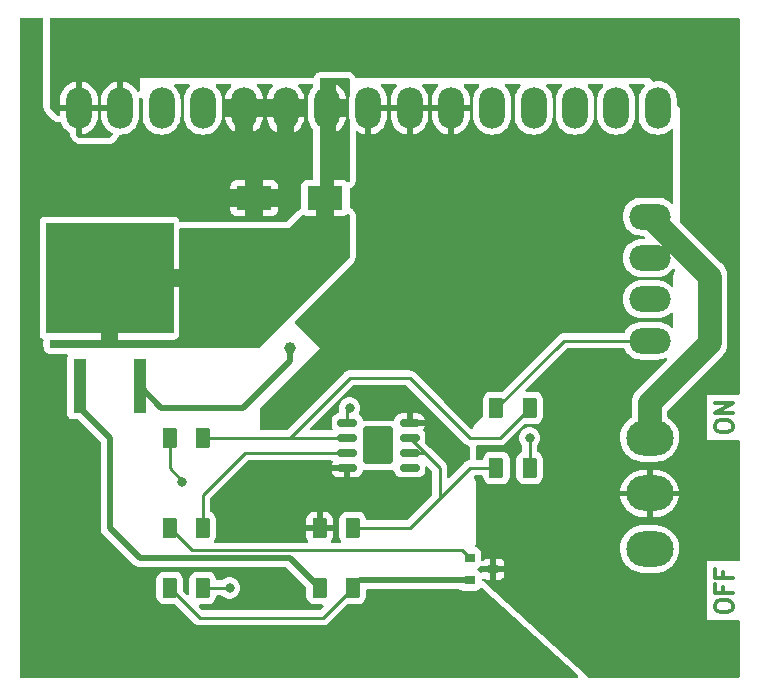
<source format=gbr>
G04 #@! TF.GenerationSoftware,KiCad,Pcbnew,7.0.7*
G04 #@! TF.CreationDate,2023-08-23T14:54:37-06:00*
G04 #@! TF.ProjectId,seedlab-power,73656564-6c61-4622-9d70-6f7765722e6b,rev?*
G04 #@! TF.SameCoordinates,Original*
G04 #@! TF.FileFunction,Copper,L1,Top*
G04 #@! TF.FilePolarity,Positive*
%FSLAX46Y46*%
G04 Gerber Fmt 4.6, Leading zero omitted, Abs format (unit mm)*
G04 Created by KiCad (PCBNEW 7.0.7) date 2023-08-23 14:54:37*
%MOMM*%
%LPD*%
G01*
G04 APERTURE LIST*
G04 Aperture macros list*
%AMRoundRect*
0 Rectangle with rounded corners*
0 $1 Rounding radius*
0 $2 $3 $4 $5 $6 $7 $8 $9 X,Y pos of 4 corners*
0 Add a 4 corners polygon primitive as box body*
4,1,4,$2,$3,$4,$5,$6,$7,$8,$9,$2,$3,0*
0 Add four circle primitives for the rounded corners*
1,1,$1+$1,$2,$3*
1,1,$1+$1,$4,$5*
1,1,$1+$1,$6,$7*
1,1,$1+$1,$8,$9*
0 Add four rect primitives between the rounded corners*
20,1,$1+$1,$2,$3,$4,$5,0*
20,1,$1+$1,$4,$5,$6,$7,0*
20,1,$1+$1,$6,$7,$8,$9,0*
20,1,$1+$1,$8,$9,$2,$3,0*%
G04 Aperture macros list end*
%ADD10C,0.300000*%
G04 #@! TA.AperFunction,NonConductor*
%ADD11C,0.300000*%
G04 #@! TD*
G04 #@! TA.AperFunction,SMDPad,CuDef*
%ADD12RoundRect,0.250000X-0.375000X-0.625000X0.375000X-0.625000X0.375000X0.625000X-0.375000X0.625000X0*%
G04 #@! TD*
G04 #@! TA.AperFunction,SMDPad,CuDef*
%ADD13R,3.000000X2.000000*%
G04 #@! TD*
G04 #@! TA.AperFunction,ComponentPad*
%ADD14O,3.500000X2.200000*%
G04 #@! TD*
G04 #@! TA.AperFunction,ComponentPad*
%ADD15O,2.200000X3.500000*%
G04 #@! TD*
G04 #@! TA.AperFunction,SMDPad,CuDef*
%ADD16R,0.900000X0.800000*%
G04 #@! TD*
G04 #@! TA.AperFunction,SMDPad,CuDef*
%ADD17R,1.100000X4.600000*%
G04 #@! TD*
G04 #@! TA.AperFunction,SMDPad,CuDef*
%ADD18R,10.800000X9.400000*%
G04 #@! TD*
G04 #@! TA.AperFunction,ComponentPad*
%ADD19O,4.000000X3.000000*%
G04 #@! TD*
G04 #@! TA.AperFunction,SMDPad,CuDef*
%ADD20RoundRect,0.150000X-0.662500X-0.150000X0.662500X-0.150000X0.662500X0.150000X-0.662500X0.150000X0*%
G04 #@! TD*
G04 #@! TA.AperFunction,SMDPad,CuDef*
%ADD21RoundRect,0.250000X-1.007000X-1.350000X1.007000X-1.350000X1.007000X1.350000X-1.007000X1.350000X0*%
G04 #@! TD*
G04 #@! TA.AperFunction,ViaPad*
%ADD22C,0.800000*%
G04 #@! TD*
G04 #@! TA.AperFunction,ViaPad*
%ADD23C,1.000000*%
G04 #@! TD*
G04 #@! TA.AperFunction,Conductor*
%ADD24C,0.250000*%
G04 #@! TD*
G04 #@! TA.AperFunction,Conductor*
%ADD25C,0.500000*%
G04 #@! TD*
G04 #@! TA.AperFunction,Conductor*
%ADD26C,1.000000*%
G04 #@! TD*
G04 #@! TA.AperFunction,Conductor*
%ADD27C,2.000000*%
G04 #@! TD*
G04 APERTURE END LIST*
D10*
D11*
X81730058Y-82979774D02*
X81730058Y-82694060D01*
X81730058Y-82694060D02*
X81801487Y-82551203D01*
X81801487Y-82551203D02*
X81944344Y-82408346D01*
X81944344Y-82408346D02*
X82230058Y-82336917D01*
X82230058Y-82336917D02*
X82730058Y-82336917D01*
X82730058Y-82336917D02*
X83015772Y-82408346D01*
X83015772Y-82408346D02*
X83158630Y-82551203D01*
X83158630Y-82551203D02*
X83230058Y-82694060D01*
X83230058Y-82694060D02*
X83230058Y-82979774D01*
X83230058Y-82979774D02*
X83158630Y-83122632D01*
X83158630Y-83122632D02*
X83015772Y-83265489D01*
X83015772Y-83265489D02*
X82730058Y-83336917D01*
X82730058Y-83336917D02*
X82230058Y-83336917D01*
X82230058Y-83336917D02*
X81944344Y-83265489D01*
X81944344Y-83265489D02*
X81801487Y-83122632D01*
X81801487Y-83122632D02*
X81730058Y-82979774D01*
X82444344Y-81194060D02*
X82444344Y-81694060D01*
X83230058Y-81694060D02*
X81730058Y-81694060D01*
X81730058Y-81694060D02*
X81730058Y-80979774D01*
X82444344Y-79908346D02*
X82444344Y-80408346D01*
X83230058Y-80408346D02*
X81730058Y-80408346D01*
X81730058Y-80408346D02*
X81730058Y-79694060D01*
D10*
D11*
X81730058Y-67739774D02*
X81730058Y-67454060D01*
X81730058Y-67454060D02*
X81801487Y-67311203D01*
X81801487Y-67311203D02*
X81944344Y-67168346D01*
X81944344Y-67168346D02*
X82230058Y-67096917D01*
X82230058Y-67096917D02*
X82730058Y-67096917D01*
X82730058Y-67096917D02*
X83015772Y-67168346D01*
X83015772Y-67168346D02*
X83158630Y-67311203D01*
X83158630Y-67311203D02*
X83230058Y-67454060D01*
X83230058Y-67454060D02*
X83230058Y-67739774D01*
X83230058Y-67739774D02*
X83158630Y-67882632D01*
X83158630Y-67882632D02*
X83015772Y-68025489D01*
X83015772Y-68025489D02*
X82730058Y-68096917D01*
X82730058Y-68096917D02*
X82230058Y-68096917D01*
X82230058Y-68096917D02*
X81944344Y-68025489D01*
X81944344Y-68025489D02*
X81801487Y-67882632D01*
X81801487Y-67882632D02*
X81730058Y-67739774D01*
X83230058Y-66454060D02*
X81730058Y-66454060D01*
X81730058Y-66454060D02*
X83230058Y-65596917D01*
X83230058Y-65596917D02*
X81730058Y-65596917D01*
D12*
X63240000Y-66040000D03*
X66040000Y-66040000D03*
X63240000Y-71120000D03*
X66040000Y-71120000D03*
D13*
X42720000Y-48260000D03*
X48720000Y-48260000D03*
D14*
X76200000Y-60340000D03*
X76200000Y-56840000D03*
X76200000Y-53340000D03*
X76200000Y-49840000D03*
D15*
X27880000Y-40640000D03*
X31380000Y-40640000D03*
X34880000Y-40640000D03*
X38380000Y-40640000D03*
X41880000Y-40640000D03*
X45380000Y-40640000D03*
X48880000Y-40640000D03*
X52380000Y-40640000D03*
X55880000Y-40640000D03*
X59380000Y-40640000D03*
X62880000Y-40640000D03*
X66380000Y-40640000D03*
X69880000Y-40640000D03*
X73380000Y-40640000D03*
X76880000Y-40640000D03*
D16*
X62960000Y-79690000D03*
X60960000Y-78740000D03*
X60960000Y-80640000D03*
D17*
X27940000Y-64195000D03*
D18*
X30480000Y-55045000D03*
D17*
X33020000Y-64195000D03*
D12*
X35560000Y-68580000D03*
X38360000Y-68580000D03*
X48260000Y-76200000D03*
X51060000Y-76200000D03*
X35560000Y-76200000D03*
X38360000Y-76200000D03*
X35560000Y-81280000D03*
X38360000Y-81280000D03*
X48260000Y-81280000D03*
X51060000Y-81280000D03*
D19*
X76200000Y-68580000D03*
X76200000Y-73280000D03*
X76200000Y-77980000D03*
D20*
X50605000Y-67310000D03*
X50605000Y-68580000D03*
X50605000Y-69850000D03*
X50605000Y-71120000D03*
X55880000Y-71120000D03*
X55880000Y-69850000D03*
X55880000Y-68580000D03*
X55880000Y-67310000D03*
D21*
X53242500Y-69215000D03*
D22*
X50800000Y-66040000D03*
D23*
X45720000Y-60960000D03*
D22*
X66040000Y-68580000D03*
X40640000Y-81280000D03*
X48260000Y-71120000D03*
X55880000Y-60960000D03*
X36634615Y-72278351D03*
X53340000Y-66040000D03*
X55880000Y-60960000D03*
X43180000Y-73660000D03*
D24*
X50800000Y-63500000D02*
X45720000Y-68580000D01*
X55880000Y-63500000D02*
X50800000Y-63500000D01*
X38360000Y-68580000D02*
X45720000Y-68580000D01*
X66040000Y-66040000D02*
X63500000Y-68580000D01*
X45720000Y-68580000D02*
X50605000Y-68580000D01*
X63500000Y-68580000D02*
X60960000Y-68580000D01*
X60960000Y-68580000D02*
X55880000Y-63500000D01*
X63240000Y-66040000D02*
X68940000Y-60340000D01*
X68940000Y-60340000D02*
X76200000Y-60340000D01*
X38360000Y-81280000D02*
X40640000Y-81280000D01*
D25*
X45720000Y-62085000D02*
X41765000Y-66040000D01*
X34865000Y-66040000D02*
X33020000Y-64195000D01*
X41765000Y-66040000D02*
X34865000Y-66040000D01*
D24*
X50605000Y-67310000D02*
X50605000Y-66235000D01*
D25*
X45720000Y-60960000D02*
X45720000Y-62085000D01*
D24*
X66040000Y-71120000D02*
X66040000Y-68580000D01*
X50605000Y-66235000D02*
X50800000Y-66040000D01*
X57150000Y-69850000D02*
X55880000Y-69850000D01*
X55880000Y-76200000D02*
X58420000Y-73660000D01*
X58420000Y-73660000D02*
X58420000Y-71120000D01*
X58420000Y-71120000D02*
X57150000Y-69850000D01*
X55880000Y-68580000D02*
X58420000Y-71120000D01*
X63240000Y-71120000D02*
X60960000Y-71120000D01*
X51060000Y-76200000D02*
X55880000Y-76200000D01*
X60960000Y-71120000D02*
X58420000Y-73660000D01*
X49180000Y-40940000D02*
X48880000Y-40640000D01*
D26*
X49180000Y-48720000D02*
X48720000Y-48260000D01*
X48720000Y-48260000D02*
X49180000Y-47800000D01*
X30480000Y-55045000D02*
X32300000Y-53225000D01*
D27*
X81280000Y-54920000D02*
X81280000Y-60528996D01*
X81280000Y-60528996D02*
X76200000Y-65608996D01*
X76200000Y-49840000D02*
X81280000Y-54920000D01*
X76200000Y-65608996D02*
X76200000Y-68580000D01*
D24*
X36634615Y-72278351D02*
X36690439Y-72278351D01*
X35560000Y-68580000D02*
X35560000Y-71120000D01*
X35560000Y-71147912D02*
X36634615Y-72222527D01*
X35560000Y-71120000D02*
X35560000Y-71147912D01*
X36690439Y-72278351D02*
X36592747Y-72180659D01*
X36634615Y-72222527D02*
X36634615Y-72278351D01*
X27880000Y-40640000D02*
X28680000Y-40640000D01*
D25*
X60960000Y-80640000D02*
X51700000Y-80640000D01*
D24*
X38100000Y-83820000D02*
X35560000Y-81280000D01*
X51700000Y-80640000D02*
X51060000Y-81280000D01*
X48520000Y-83820000D02*
X38100000Y-83820000D01*
X51060000Y-81280000D02*
X48520000Y-83820000D01*
X60323604Y-78103604D02*
X60960000Y-78740000D01*
X37463604Y-78103604D02*
X60323604Y-78103604D01*
X35560000Y-76200000D02*
X37463604Y-78103604D01*
D25*
X30480000Y-68580000D02*
X27940000Y-66040000D01*
X30480000Y-76200000D02*
X30480000Y-68580000D01*
X45720000Y-78740000D02*
X33020000Y-78740000D01*
X33020000Y-78740000D02*
X30480000Y-76200000D01*
X27940000Y-66040000D02*
X27940000Y-64195000D01*
X48260000Y-81280000D02*
X45720000Y-78740000D01*
D24*
X41910000Y-69850000D02*
X50605000Y-69850000D01*
X38360000Y-76200000D02*
X38360000Y-73400000D01*
X38360000Y-73400000D02*
X41910000Y-69850000D01*
G04 #@! TA.AperFunction,Conductor*
G36*
X54758965Y-38633185D02*
G01*
X54804720Y-38685989D01*
X54814664Y-38755147D01*
X54785639Y-38818703D01*
X54772458Y-38831790D01*
X54745130Y-38855130D01*
X54581571Y-39046632D01*
X54581568Y-39046637D01*
X54449980Y-39261368D01*
X54353603Y-39494043D01*
X54294813Y-39738927D01*
X54280000Y-39927128D01*
X54280000Y-40390000D01*
X55062396Y-40390000D01*
X55129435Y-40409685D01*
X55175190Y-40462489D01*
X55185134Y-40531647D01*
X55182792Y-40543679D01*
X55180000Y-40555005D01*
X55180000Y-40724994D01*
X55182792Y-40736321D01*
X55179725Y-40806124D01*
X55139407Y-40863187D01*
X55074638Y-40889394D01*
X55062396Y-40890000D01*
X54280000Y-40890000D01*
X54280000Y-41352872D01*
X54294813Y-41541072D01*
X54353603Y-41785956D01*
X54449980Y-42018631D01*
X54581568Y-42233362D01*
X54581571Y-42233367D01*
X54745130Y-42424869D01*
X54936632Y-42588428D01*
X54936637Y-42588431D01*
X55151368Y-42720019D01*
X55384043Y-42816396D01*
X55628932Y-42875188D01*
X55629999Y-42875271D01*
X55630000Y-42875271D01*
X55630000Y-41454752D01*
X55649685Y-41387713D01*
X55702489Y-41341958D01*
X55768944Y-41331656D01*
X55829435Y-41339001D01*
X55837659Y-41340000D01*
X55837660Y-41340000D01*
X55922341Y-41340000D01*
X55930564Y-41339001D01*
X55991055Y-41331656D01*
X56059975Y-41343116D01*
X56111762Y-41390019D01*
X56130000Y-41454752D01*
X56130000Y-42875271D01*
X56131067Y-42875188D01*
X56375956Y-42816396D01*
X56608631Y-42720019D01*
X56823362Y-42588431D01*
X56823367Y-42588428D01*
X57014869Y-42424869D01*
X57178428Y-42233367D01*
X57178431Y-42233362D01*
X57310019Y-42018631D01*
X57406396Y-41785956D01*
X57465186Y-41541072D01*
X57480000Y-41352872D01*
X57480000Y-40890000D01*
X56697604Y-40890000D01*
X56630565Y-40870315D01*
X56584810Y-40817511D01*
X56574866Y-40748353D01*
X56577208Y-40736321D01*
X56580000Y-40724994D01*
X56580000Y-40555005D01*
X56577208Y-40543679D01*
X56580275Y-40473876D01*
X56620593Y-40416813D01*
X56685362Y-40390606D01*
X56697604Y-40390000D01*
X57480000Y-40390000D01*
X57480000Y-39927128D01*
X57465186Y-39738927D01*
X57406396Y-39494043D01*
X57310019Y-39261368D01*
X57178431Y-39046637D01*
X57178428Y-39046632D01*
X57014869Y-38855130D01*
X56987542Y-38831790D01*
X56949349Y-38773283D01*
X56948851Y-38703415D01*
X56986205Y-38644369D01*
X57049551Y-38614891D01*
X57068074Y-38613500D01*
X58191926Y-38613500D01*
X58258965Y-38633185D01*
X58304720Y-38685989D01*
X58314664Y-38755147D01*
X58285639Y-38818703D01*
X58272458Y-38831790D01*
X58245130Y-38855130D01*
X58081571Y-39046632D01*
X58081568Y-39046637D01*
X57949980Y-39261368D01*
X57853603Y-39494043D01*
X57794813Y-39738927D01*
X57780000Y-39927128D01*
X57780000Y-40390000D01*
X58562396Y-40390000D01*
X58629435Y-40409685D01*
X58675190Y-40462489D01*
X58685134Y-40531647D01*
X58682792Y-40543679D01*
X58680000Y-40555005D01*
X58680000Y-40724994D01*
X58682792Y-40736321D01*
X58679725Y-40806124D01*
X58639407Y-40863187D01*
X58574638Y-40889394D01*
X58562396Y-40890000D01*
X57780000Y-40890000D01*
X57780000Y-41352872D01*
X57794813Y-41541072D01*
X57853603Y-41785956D01*
X57949980Y-42018631D01*
X58081568Y-42233362D01*
X58081571Y-42233367D01*
X58245130Y-42424869D01*
X58436632Y-42588428D01*
X58436637Y-42588431D01*
X58651368Y-42720019D01*
X58884043Y-42816396D01*
X59128932Y-42875188D01*
X59129999Y-42875271D01*
X59130000Y-41454752D01*
X59149685Y-41387713D01*
X59202489Y-41341958D01*
X59268944Y-41331656D01*
X59329435Y-41339001D01*
X59337659Y-41340000D01*
X59337660Y-41340000D01*
X59422341Y-41340000D01*
X59430564Y-41339001D01*
X59491055Y-41331656D01*
X59559975Y-41343116D01*
X59611762Y-41390019D01*
X59630000Y-41454752D01*
X59630000Y-42875271D01*
X59631067Y-42875188D01*
X59875956Y-42816396D01*
X60108631Y-42720019D01*
X60323362Y-42588431D01*
X60323367Y-42588428D01*
X60514869Y-42424869D01*
X60678428Y-42233367D01*
X60678431Y-42233362D01*
X60810019Y-42018631D01*
X60906396Y-41785956D01*
X60965186Y-41541072D01*
X60980000Y-41352872D01*
X60980000Y-40890000D01*
X60197604Y-40890000D01*
X60130565Y-40870315D01*
X60084810Y-40817511D01*
X60074866Y-40748353D01*
X60077208Y-40736321D01*
X60080000Y-40724994D01*
X60080000Y-40555005D01*
X60077208Y-40543679D01*
X60080275Y-40473876D01*
X60120593Y-40416813D01*
X60185362Y-40390606D01*
X60197604Y-40390000D01*
X60980000Y-40390000D01*
X60980000Y-39927128D01*
X60965186Y-39738927D01*
X60906396Y-39494043D01*
X60810019Y-39261368D01*
X60678431Y-39046637D01*
X60678428Y-39046632D01*
X60514869Y-38855130D01*
X60487542Y-38831790D01*
X60449349Y-38773283D01*
X60448851Y-38703415D01*
X60486205Y-38644369D01*
X60549551Y-38614891D01*
X60568074Y-38613500D01*
X61678840Y-38613500D01*
X61745879Y-38633185D01*
X61791634Y-38685989D01*
X61801578Y-38755147D01*
X61772553Y-38818703D01*
X61759372Y-38831790D01*
X61739102Y-38849102D01*
X61574669Y-39041627D01*
X61574668Y-39041629D01*
X61442383Y-39257497D01*
X61345495Y-39491406D01*
X61299892Y-39681362D01*
X61286391Y-39737597D01*
X61281453Y-39800341D01*
X61271500Y-39926798D01*
X61271500Y-41353202D01*
X61274216Y-41387713D01*
X61286391Y-41542403D01*
X61306650Y-41626788D01*
X61345495Y-41788593D01*
X61442383Y-42022502D01*
X61574668Y-42238370D01*
X61574669Y-42238372D01*
X61574670Y-42238374D01*
X61574672Y-42238376D01*
X61739102Y-42430898D01*
X61931624Y-42595328D01*
X61931626Y-42595329D01*
X61931627Y-42595330D01*
X61931629Y-42595331D01*
X62147497Y-42727616D01*
X62381406Y-42824504D01*
X62381407Y-42824504D01*
X62381409Y-42824505D01*
X62627597Y-42883609D01*
X62880000Y-42903474D01*
X63132403Y-42883609D01*
X63378591Y-42824505D01*
X63612502Y-42727616D01*
X63828376Y-42595328D01*
X64020898Y-42430898D01*
X64185328Y-42238376D01*
X64317616Y-42022502D01*
X64414505Y-41788591D01*
X64473609Y-41542403D01*
X64486741Y-41375538D01*
X64488500Y-41353202D01*
X64488500Y-39926798D01*
X64486669Y-39903546D01*
X64473609Y-39737597D01*
X64414505Y-39491409D01*
X64414504Y-39491406D01*
X64317616Y-39257497D01*
X64185331Y-39041629D01*
X64185330Y-39041627D01*
X64185329Y-39041626D01*
X64185328Y-39041624D01*
X64020898Y-38849102D01*
X64000627Y-38831789D01*
X63962435Y-38773283D01*
X63961937Y-38703415D01*
X63999291Y-38644369D01*
X64062638Y-38614891D01*
X64081160Y-38613500D01*
X65178840Y-38613500D01*
X65245879Y-38633185D01*
X65291634Y-38685989D01*
X65301578Y-38755147D01*
X65272553Y-38818703D01*
X65259372Y-38831790D01*
X65239102Y-38849102D01*
X65074669Y-39041627D01*
X65074668Y-39041629D01*
X64942383Y-39257497D01*
X64845495Y-39491406D01*
X64799892Y-39681362D01*
X64786391Y-39737597D01*
X64781453Y-39800341D01*
X64771500Y-39926798D01*
X64771500Y-41353202D01*
X64774216Y-41387713D01*
X64786391Y-41542403D01*
X64806650Y-41626788D01*
X64845495Y-41788593D01*
X64942383Y-42022502D01*
X65074668Y-42238370D01*
X65074669Y-42238372D01*
X65074670Y-42238374D01*
X65074672Y-42238376D01*
X65239102Y-42430898D01*
X65431624Y-42595328D01*
X65431626Y-42595329D01*
X65431627Y-42595330D01*
X65431629Y-42595331D01*
X65647497Y-42727616D01*
X65881406Y-42824504D01*
X65881407Y-42824504D01*
X65881409Y-42824505D01*
X66127597Y-42883609D01*
X66380000Y-42903474D01*
X66632403Y-42883609D01*
X66878591Y-42824505D01*
X67112502Y-42727616D01*
X67328376Y-42595328D01*
X67520898Y-42430898D01*
X67685328Y-42238376D01*
X67817616Y-42022502D01*
X67914505Y-41788591D01*
X67973609Y-41542403D01*
X67986741Y-41375538D01*
X67988500Y-41353202D01*
X67988500Y-39926798D01*
X67986669Y-39903546D01*
X67973609Y-39737597D01*
X67914505Y-39491409D01*
X67914504Y-39491406D01*
X67817616Y-39257497D01*
X67685331Y-39041629D01*
X67685330Y-39041627D01*
X67685329Y-39041626D01*
X67685328Y-39041624D01*
X67520898Y-38849102D01*
X67500627Y-38831789D01*
X67462435Y-38773283D01*
X67461937Y-38703415D01*
X67499291Y-38644369D01*
X67562638Y-38614891D01*
X67581160Y-38613500D01*
X68678840Y-38613500D01*
X68745879Y-38633185D01*
X68791634Y-38685989D01*
X68801578Y-38755147D01*
X68772553Y-38818703D01*
X68759372Y-38831790D01*
X68739102Y-38849102D01*
X68574669Y-39041627D01*
X68574668Y-39041629D01*
X68442383Y-39257497D01*
X68345495Y-39491406D01*
X68299892Y-39681362D01*
X68286391Y-39737597D01*
X68281453Y-39800341D01*
X68271500Y-39926798D01*
X68271500Y-41353202D01*
X68274216Y-41387713D01*
X68286391Y-41542403D01*
X68306650Y-41626788D01*
X68345495Y-41788593D01*
X68442383Y-42022502D01*
X68574668Y-42238370D01*
X68574669Y-42238372D01*
X68574670Y-42238374D01*
X68574672Y-42238376D01*
X68739102Y-42430898D01*
X68931624Y-42595328D01*
X68931626Y-42595329D01*
X68931627Y-42595330D01*
X68931629Y-42595331D01*
X69147497Y-42727616D01*
X69381406Y-42824504D01*
X69381407Y-42824504D01*
X69381409Y-42824505D01*
X69627597Y-42883609D01*
X69880000Y-42903474D01*
X70132403Y-42883609D01*
X70378591Y-42824505D01*
X70612502Y-42727616D01*
X70828376Y-42595328D01*
X71020898Y-42430898D01*
X71185328Y-42238376D01*
X71317616Y-42022502D01*
X71414505Y-41788591D01*
X71473609Y-41542403D01*
X71486741Y-41375538D01*
X71488500Y-41353202D01*
X71488500Y-39926798D01*
X71486669Y-39903546D01*
X71473609Y-39737597D01*
X71414505Y-39491409D01*
X71414504Y-39491406D01*
X71317616Y-39257497D01*
X71185331Y-39041629D01*
X71185330Y-39041627D01*
X71185329Y-39041626D01*
X71185328Y-39041624D01*
X71020898Y-38849102D01*
X71000627Y-38831789D01*
X70962435Y-38773283D01*
X70961937Y-38703415D01*
X70999291Y-38644369D01*
X71062638Y-38614891D01*
X71081160Y-38613500D01*
X72178840Y-38613500D01*
X72245879Y-38633185D01*
X72291634Y-38685989D01*
X72301578Y-38755147D01*
X72272553Y-38818703D01*
X72259372Y-38831790D01*
X72239102Y-38849102D01*
X72074669Y-39041627D01*
X72074668Y-39041629D01*
X71942383Y-39257497D01*
X71845495Y-39491406D01*
X71799892Y-39681362D01*
X71786391Y-39737597D01*
X71781453Y-39800341D01*
X71771500Y-39926798D01*
X71771500Y-41353202D01*
X71774216Y-41387713D01*
X71786391Y-41542403D01*
X71806650Y-41626788D01*
X71845495Y-41788593D01*
X71942383Y-42022502D01*
X72074668Y-42238370D01*
X72074669Y-42238372D01*
X72074670Y-42238374D01*
X72074672Y-42238376D01*
X72239102Y-42430898D01*
X72431624Y-42595328D01*
X72431626Y-42595329D01*
X72431627Y-42595330D01*
X72431629Y-42595331D01*
X72647497Y-42727616D01*
X72881406Y-42824504D01*
X72881407Y-42824504D01*
X72881409Y-42824505D01*
X73127597Y-42883609D01*
X73380000Y-42903474D01*
X73632403Y-42883609D01*
X73878591Y-42824505D01*
X74112502Y-42727616D01*
X74328376Y-42595328D01*
X74520898Y-42430898D01*
X74685328Y-42238376D01*
X74817616Y-42022502D01*
X74914505Y-41788591D01*
X74973609Y-41542403D01*
X74986741Y-41375538D01*
X74988500Y-41353202D01*
X74988500Y-39926798D01*
X74986669Y-39903546D01*
X74973609Y-39737597D01*
X74914505Y-39491409D01*
X74914504Y-39491406D01*
X74817616Y-39257497D01*
X74685331Y-39041629D01*
X74685330Y-39041627D01*
X74685329Y-39041626D01*
X74685328Y-39041624D01*
X74520898Y-38849102D01*
X74500627Y-38831789D01*
X74462435Y-38773283D01*
X74461937Y-38703415D01*
X74499291Y-38644369D01*
X74562638Y-38614891D01*
X74581160Y-38613500D01*
X75678840Y-38613500D01*
X75745879Y-38633185D01*
X75791634Y-38685989D01*
X75801578Y-38755147D01*
X75772553Y-38818703D01*
X75759372Y-38831790D01*
X75739102Y-38849102D01*
X75574669Y-39041627D01*
X75574668Y-39041629D01*
X75442383Y-39257497D01*
X75345495Y-39491406D01*
X75299892Y-39681362D01*
X75286391Y-39737597D01*
X75281453Y-39800341D01*
X75271500Y-39926798D01*
X75271500Y-41353202D01*
X75274216Y-41387713D01*
X75286391Y-41542403D01*
X75306650Y-41626788D01*
X75345495Y-41788593D01*
X75442383Y-42022502D01*
X75574668Y-42238370D01*
X75574669Y-42238372D01*
X75574670Y-42238374D01*
X75574672Y-42238376D01*
X75739102Y-42430898D01*
X75931624Y-42595328D01*
X75931626Y-42595329D01*
X75931627Y-42595330D01*
X75931629Y-42595331D01*
X76147497Y-42727616D01*
X76381406Y-42824504D01*
X76381407Y-42824504D01*
X76381409Y-42824505D01*
X76627597Y-42883609D01*
X76880000Y-42903474D01*
X77132403Y-42883609D01*
X77378591Y-42824505D01*
X77612502Y-42727616D01*
X77828376Y-42595328D01*
X78020898Y-42430898D01*
X78020901Y-42430893D01*
X78021968Y-42429983D01*
X78085729Y-42401412D01*
X78154815Y-42411849D01*
X78207291Y-42457980D01*
X78226500Y-42524273D01*
X78226500Y-48638840D01*
X78206815Y-48705879D01*
X78154011Y-48751634D01*
X78084853Y-48761578D01*
X78021297Y-48732553D01*
X78008210Y-48719372D01*
X77990898Y-48699102D01*
X77798376Y-48534672D01*
X77798374Y-48534670D01*
X77798372Y-48534669D01*
X77798370Y-48534668D01*
X77582502Y-48402383D01*
X77348593Y-48305495D01*
X77193041Y-48268151D01*
X77102403Y-48246391D01*
X76957875Y-48235016D01*
X76913202Y-48231500D01*
X76913199Y-48231500D01*
X75486801Y-48231500D01*
X75486798Y-48231500D01*
X75438308Y-48235316D01*
X75297597Y-48246391D01*
X75297592Y-48246392D01*
X75297593Y-48246392D01*
X75051406Y-48305495D01*
X74817497Y-48402383D01*
X74601629Y-48534668D01*
X74601627Y-48534669D01*
X74409102Y-48699102D01*
X74244669Y-48891627D01*
X74244668Y-48891629D01*
X74112383Y-49107497D01*
X74015495Y-49341406D01*
X73956391Y-49587593D01*
X73936526Y-49839999D01*
X73956391Y-50092406D01*
X74015495Y-50338593D01*
X74112383Y-50572502D01*
X74244668Y-50788370D01*
X74244669Y-50788372D01*
X74244670Y-50788374D01*
X74244672Y-50788376D01*
X74409102Y-50980898D01*
X74601624Y-51145328D01*
X74601626Y-51145329D01*
X74601627Y-51145330D01*
X74601629Y-51145331D01*
X74817497Y-51277616D01*
X75051406Y-51374504D01*
X75051407Y-51374504D01*
X75051409Y-51374505D01*
X75297597Y-51433609D01*
X75463546Y-51446669D01*
X75486798Y-51448500D01*
X75486801Y-51448500D01*
X75623797Y-51448500D01*
X75690836Y-51468185D01*
X75711478Y-51484819D01*
X75746478Y-51519819D01*
X75779963Y-51581142D01*
X75774979Y-51650834D01*
X75733107Y-51706767D01*
X75667643Y-51731184D01*
X75658797Y-51731500D01*
X75486798Y-51731500D01*
X75438308Y-51735316D01*
X75297597Y-51746391D01*
X75297592Y-51746392D01*
X75297593Y-51746392D01*
X75051406Y-51805495D01*
X74817497Y-51902383D01*
X74601629Y-52034668D01*
X74601627Y-52034669D01*
X74409102Y-52199102D01*
X74244669Y-52391627D01*
X74244668Y-52391629D01*
X74112383Y-52607497D01*
X74015495Y-52841406D01*
X73956391Y-53087593D01*
X73936526Y-53340000D01*
X73956391Y-53592406D01*
X74015495Y-53838593D01*
X74112383Y-54072502D01*
X74244668Y-54288370D01*
X74244669Y-54288372D01*
X74244670Y-54288374D01*
X74244672Y-54288376D01*
X74409102Y-54480898D01*
X74601624Y-54645328D01*
X74601626Y-54645329D01*
X74601627Y-54645330D01*
X74601629Y-54645331D01*
X74817497Y-54777616D01*
X75051406Y-54874504D01*
X75051407Y-54874504D01*
X75051409Y-54874505D01*
X75297597Y-54933609D01*
X75463546Y-54946669D01*
X75486798Y-54948500D01*
X75486801Y-54948500D01*
X76913202Y-54948500D01*
X76935538Y-54946741D01*
X77102403Y-54933609D01*
X77348591Y-54874505D01*
X77582502Y-54777616D01*
X77798376Y-54645328D01*
X77990898Y-54480898D01*
X78132688Y-54314883D01*
X78191193Y-54276692D01*
X78261060Y-54276193D01*
X78320107Y-54313547D01*
X78349585Y-54376894D01*
X78340135Y-54446122D01*
X78331291Y-54462457D01*
X78327704Y-54468038D01*
X78266987Y-54600985D01*
X78247302Y-54668023D01*
X78247300Y-54668028D01*
X78226500Y-54812703D01*
X78226500Y-55638840D01*
X78206815Y-55705879D01*
X78154011Y-55751634D01*
X78084853Y-55761578D01*
X78021297Y-55732553D01*
X78008210Y-55719372D01*
X77990898Y-55699102D01*
X77798376Y-55534672D01*
X77798374Y-55534670D01*
X77798372Y-55534669D01*
X77798370Y-55534668D01*
X77582502Y-55402383D01*
X77348593Y-55305495D01*
X77193041Y-55268151D01*
X77102403Y-55246391D01*
X76957875Y-55235016D01*
X76913202Y-55231500D01*
X76913199Y-55231500D01*
X75486801Y-55231500D01*
X75486798Y-55231500D01*
X75438308Y-55235316D01*
X75297597Y-55246391D01*
X75297592Y-55246392D01*
X75297593Y-55246392D01*
X75051406Y-55305495D01*
X74817497Y-55402383D01*
X74601629Y-55534668D01*
X74601627Y-55534669D01*
X74409102Y-55699102D01*
X74244669Y-55891627D01*
X74244668Y-55891629D01*
X74112383Y-56107497D01*
X74015495Y-56341406D01*
X73956391Y-56587593D01*
X73936526Y-56840000D01*
X73956391Y-57092406D01*
X74015495Y-57338593D01*
X74112383Y-57572502D01*
X74244668Y-57788370D01*
X74244669Y-57788372D01*
X74244670Y-57788374D01*
X74244672Y-57788376D01*
X74409102Y-57980898D01*
X74601624Y-58145328D01*
X74601626Y-58145329D01*
X74601627Y-58145330D01*
X74601629Y-58145331D01*
X74817497Y-58277616D01*
X75051406Y-58374504D01*
X75051407Y-58374504D01*
X75051409Y-58374505D01*
X75297597Y-58433609D01*
X75463546Y-58446669D01*
X75486798Y-58448500D01*
X75486801Y-58448500D01*
X76913202Y-58448500D01*
X76935538Y-58446741D01*
X77102403Y-58433609D01*
X77348591Y-58374505D01*
X77582502Y-58277616D01*
X77798376Y-58145328D01*
X77990898Y-57980898D01*
X78008209Y-57960628D01*
X78066715Y-57922435D01*
X78136583Y-57921935D01*
X78195630Y-57959288D01*
X78225108Y-58022634D01*
X78226500Y-58041159D01*
X78226500Y-59138840D01*
X78206815Y-59205879D01*
X78154011Y-59251634D01*
X78084853Y-59261578D01*
X78021297Y-59232553D01*
X78008210Y-59219372D01*
X77990898Y-59199102D01*
X77798376Y-59034672D01*
X77798374Y-59034670D01*
X77798372Y-59034669D01*
X77798370Y-59034668D01*
X77582502Y-58902383D01*
X77348593Y-58805495D01*
X77193041Y-58768151D01*
X77102403Y-58746391D01*
X76957875Y-58735016D01*
X76913202Y-58731500D01*
X76913199Y-58731500D01*
X75486801Y-58731500D01*
X75486798Y-58731500D01*
X75438308Y-58735316D01*
X75297597Y-58746391D01*
X75297592Y-58746392D01*
X75297593Y-58746392D01*
X75051406Y-58805495D01*
X74817497Y-58902383D01*
X74601629Y-59034668D01*
X74601627Y-59034669D01*
X74409102Y-59199102D01*
X74244669Y-59391627D01*
X74244668Y-59391629D01*
X74112384Y-59607496D01*
X74103084Y-59629951D01*
X74059244Y-59684355D01*
X73992950Y-59706421D01*
X73988522Y-59706500D01*
X69023634Y-59706500D01*
X69007886Y-59704761D01*
X69007861Y-59705032D01*
X69000094Y-59704298D01*
X69000091Y-59704298D01*
X68930042Y-59706500D01*
X68900137Y-59706500D01*
X68893143Y-59707384D01*
X68887320Y-59707842D01*
X68840111Y-59709326D01*
X68840108Y-59709327D01*
X68820505Y-59715022D01*
X68801459Y-59718966D01*
X68781203Y-59721526D01*
X68781201Y-59721526D01*
X68781199Y-59721527D01*
X68737282Y-59738914D01*
X68731756Y-59740806D01*
X68686406Y-59753982D01*
X68668833Y-59764374D01*
X68651370Y-59772929D01*
X68632385Y-59780446D01*
X68632383Y-59780447D01*
X68594179Y-59808204D01*
X68589296Y-59811412D01*
X68548637Y-59835458D01*
X68534196Y-59849898D01*
X68519408Y-59862527D01*
X68502897Y-59874523D01*
X68502892Y-59874528D01*
X68472790Y-59910914D01*
X68468858Y-59915236D01*
X63763508Y-64620585D01*
X63702185Y-64654070D01*
X63668736Y-64655969D01*
X63668701Y-64656661D01*
X63665551Y-64656500D01*
X63665545Y-64656500D01*
X63665538Y-64656500D01*
X62814462Y-64656500D01*
X62814446Y-64656501D01*
X62710572Y-64667113D01*
X62542264Y-64722884D01*
X62542259Y-64722886D01*
X62391346Y-64815971D01*
X62265971Y-64941346D01*
X62172886Y-65092259D01*
X62172884Y-65092264D01*
X62117113Y-65260572D01*
X62106500Y-65364447D01*
X62106500Y-66709418D01*
X62086815Y-66776457D01*
X62041927Y-66818250D01*
X62022812Y-66828687D01*
X62004569Y-66838649D01*
X62004564Y-66838652D01*
X62004562Y-66838653D01*
X61887560Y-66926240D01*
X61887548Y-66926250D01*
X61435610Y-67378190D01*
X61423344Y-67391363D01*
X61411075Y-67405020D01*
X61411069Y-67405029D01*
X61332054Y-67527981D01*
X61332044Y-67527999D01*
X61303072Y-67591441D01*
X61303026Y-67591537D01*
X61263038Y-67727729D01*
X61225264Y-67786508D01*
X61161708Y-67815533D01*
X61092550Y-67805590D01*
X61056380Y-67780476D01*
X58778960Y-65503056D01*
X56387088Y-63111183D01*
X56377187Y-63098823D01*
X56376977Y-63098998D01*
X56372002Y-63092986D01*
X56372000Y-63092982D01*
X56345658Y-63068245D01*
X56320922Y-63045016D01*
X56299768Y-63023863D01*
X56297792Y-63022331D01*
X56294183Y-63019531D01*
X56289750Y-63015744D01*
X56255321Y-62983414D01*
X56255319Y-62983412D01*
X56237431Y-62973578D01*
X56221170Y-62962897D01*
X56205039Y-62950384D01*
X56161693Y-62931627D01*
X56156445Y-62929056D01*
X56129019Y-62913979D01*
X56115060Y-62906305D01*
X56111660Y-62905432D01*
X56095287Y-62901228D01*
X56076881Y-62894926D01*
X56058144Y-62886818D01*
X56058146Y-62886818D01*
X56011496Y-62879430D01*
X56005781Y-62878246D01*
X55985612Y-62873068D01*
X55960032Y-62866500D01*
X55960030Y-62866500D01*
X55939616Y-62866500D01*
X55920217Y-62864973D01*
X55900058Y-62861780D01*
X55900057Y-62861780D01*
X55853034Y-62866225D01*
X55847196Y-62866500D01*
X50883631Y-62866500D01*
X50867879Y-62864760D01*
X50867854Y-62865032D01*
X50860092Y-62864298D01*
X50860091Y-62864298D01*
X50790028Y-62866500D01*
X50760144Y-62866500D01*
X50760141Y-62866500D01*
X50760129Y-62866501D01*
X50753137Y-62867384D01*
X50747320Y-62867841D01*
X50700114Y-62869325D01*
X50700107Y-62869326D01*
X50680500Y-62875022D01*
X50661461Y-62878965D01*
X50641211Y-62881524D01*
X50641201Y-62881526D01*
X50597291Y-62898911D01*
X50591765Y-62900803D01*
X50546412Y-62913979D01*
X50546407Y-62913981D01*
X50528833Y-62924374D01*
X50511372Y-62932928D01*
X50492386Y-62940446D01*
X50492384Y-62940447D01*
X50454172Y-62968208D01*
X50449290Y-62971415D01*
X50408637Y-62995457D01*
X50394201Y-63009894D01*
X50379415Y-63022523D01*
X50362893Y-63034528D01*
X50362891Y-63034529D01*
X50362891Y-63034530D01*
X50362888Y-63034532D01*
X50332780Y-63070925D01*
X50328849Y-63075246D01*
X45493914Y-67910181D01*
X45432591Y-67943666D01*
X45406233Y-67946500D01*
X43304000Y-67946500D01*
X43236961Y-67926815D01*
X43191206Y-67874011D01*
X43180000Y-67822500D01*
X43180000Y-66091362D01*
X43199685Y-66024323D01*
X43216319Y-66003681D01*
X48260000Y-60960000D01*
X46170779Y-58870779D01*
X46137294Y-58809456D01*
X46142278Y-58739764D01*
X46170775Y-58695422D01*
X50265213Y-54600985D01*
X51136505Y-53729694D01*
X51136504Y-53729694D01*
X51136506Y-53729692D01*
X51154887Y-53709228D01*
X51154893Y-53709221D01*
X51154894Y-53709220D01*
X51180149Y-53677880D01*
X51180149Y-53677881D01*
X51212296Y-53633299D01*
X51212297Y-53633298D01*
X51273014Y-53500350D01*
X51292699Y-53433311D01*
X51292700Y-53433307D01*
X51313500Y-53288637D01*
X51313500Y-49678355D01*
X51312028Y-49650889D01*
X51307724Y-49610856D01*
X51307723Y-49610846D01*
X51303954Y-49587593D01*
X51298929Y-49556590D01*
X51247851Y-49419648D01*
X51214365Y-49358325D01*
X51126777Y-49241325D01*
X51126776Y-49241324D01*
X51063330Y-49193830D01*
X51009769Y-49153735D01*
X50948446Y-49120251D01*
X50948444Y-49120250D01*
X50948440Y-49120248D01*
X50948436Y-49120246D01*
X50880668Y-49094971D01*
X50824734Y-49053100D01*
X50800316Y-48987636D01*
X50800000Y-48978789D01*
X50800000Y-47541957D01*
X50819685Y-47474918D01*
X50872489Y-47429163D01*
X50889060Y-47422981D01*
X50940827Y-47407781D01*
X51063782Y-47328762D01*
X51116586Y-47283007D01*
X51212297Y-47172552D01*
X51273014Y-47039604D01*
X51292699Y-46972565D01*
X51292700Y-46972561D01*
X51313500Y-46827891D01*
X51313500Y-42734386D01*
X51333184Y-42667351D01*
X51385988Y-42621596D01*
X51455146Y-42611652D01*
X51502289Y-42628663D01*
X51651368Y-42720019D01*
X51884043Y-42816396D01*
X52128932Y-42875188D01*
X52130000Y-42875271D01*
X52130000Y-41454752D01*
X52149685Y-41387713D01*
X52202489Y-41341958D01*
X52268944Y-41331656D01*
X52329435Y-41339001D01*
X52337659Y-41340000D01*
X52337660Y-41340000D01*
X52422341Y-41340000D01*
X52430564Y-41339001D01*
X52491055Y-41331656D01*
X52559975Y-41343116D01*
X52611762Y-41390019D01*
X52630000Y-41454752D01*
X52630000Y-42875271D01*
X52631067Y-42875188D01*
X52875956Y-42816396D01*
X53108631Y-42720019D01*
X53323362Y-42588431D01*
X53323367Y-42588428D01*
X53514869Y-42424869D01*
X53678428Y-42233367D01*
X53678431Y-42233362D01*
X53810019Y-42018631D01*
X53906396Y-41785956D01*
X53965186Y-41541072D01*
X53980000Y-41352872D01*
X53980000Y-40890000D01*
X53197604Y-40890000D01*
X53130565Y-40870315D01*
X53084810Y-40817511D01*
X53074866Y-40748353D01*
X53077208Y-40736321D01*
X53080000Y-40724994D01*
X53080000Y-40555005D01*
X53077208Y-40543679D01*
X53080275Y-40473876D01*
X53120593Y-40416813D01*
X53185362Y-40390606D01*
X53197604Y-40390000D01*
X53980000Y-40390000D01*
X53980000Y-39927128D01*
X53965186Y-39738927D01*
X53906396Y-39494043D01*
X53810019Y-39261368D01*
X53678431Y-39046637D01*
X53678428Y-39046632D01*
X53514869Y-38855130D01*
X53487542Y-38831790D01*
X53449349Y-38773283D01*
X53448851Y-38703415D01*
X53486205Y-38644369D01*
X53549551Y-38614891D01*
X53568074Y-38613500D01*
X54691926Y-38613500D01*
X54758965Y-38633185D01*
G37*
G04 #@! TD.AperFunction*
G04 #@! TA.AperFunction,Conductor*
G36*
X24829539Y-33040185D02*
G01*
X24875294Y-33092989D01*
X24886500Y-33144500D01*
X24886500Y-40602387D01*
X24887973Y-40629868D01*
X24892277Y-40669889D01*
X24892276Y-40669888D01*
X24901066Y-40724138D01*
X24901071Y-40724155D01*
X24901387Y-40725003D01*
X24952143Y-40861085D01*
X24952148Y-40861096D01*
X24985629Y-40922412D01*
X25073218Y-41039416D01*
X25073229Y-41039428D01*
X25428326Y-41394524D01*
X25711703Y-41677901D01*
X25724863Y-41690156D01*
X25738520Y-41702425D01*
X25738521Y-41702426D01*
X25738525Y-41702429D01*
X25861481Y-41781447D01*
X25925037Y-41810472D01*
X26018525Y-41837923D01*
X26065269Y-41851649D01*
X26065270Y-41851649D01*
X26211428Y-41851650D01*
X26267268Y-41843621D01*
X26336422Y-41853564D01*
X26389227Y-41899319D01*
X26399473Y-41918906D01*
X26442383Y-42022502D01*
X26574668Y-42238370D01*
X26574669Y-42238372D01*
X26574670Y-42238374D01*
X26574672Y-42238376D01*
X26739102Y-42430898D01*
X26931624Y-42595328D01*
X26931626Y-42595329D01*
X26931627Y-42595330D01*
X26931628Y-42595331D01*
X27057289Y-42672336D01*
X27104164Y-42724147D01*
X27116499Y-42778061D01*
X27116500Y-42826878D01*
X27116661Y-42835887D01*
X27116905Y-42845018D01*
X27142848Y-42988851D01*
X27142850Y-42988856D01*
X27164479Y-43053849D01*
X27201021Y-43137804D01*
X27201022Y-43137805D01*
X27288598Y-43254793D01*
X27288601Y-43254797D01*
X27288609Y-43254807D01*
X27295917Y-43262115D01*
X27303225Y-43269425D01*
X27305674Y-43271745D01*
X27308462Y-43274660D01*
X27309460Y-43275658D01*
X27550307Y-43516506D01*
X27550315Y-43516513D01*
X27570778Y-43534893D01*
X27570779Y-43534894D01*
X27602119Y-43560149D01*
X27602118Y-43560149D01*
X27646699Y-43592296D01*
X27646700Y-43592296D01*
X27646701Y-43592297D01*
X27779649Y-43653014D01*
X27822421Y-43665573D01*
X27846683Y-43672698D01*
X27846688Y-43672699D01*
X27846692Y-43672700D01*
X27991362Y-43693500D01*
X27991365Y-43693500D01*
X30442388Y-43693500D01*
X30442391Y-43693500D01*
X30469857Y-43692028D01*
X30509890Y-43687724D01*
X30509894Y-43687723D01*
X30509894Y-43687724D01*
X30564143Y-43678932D01*
X30564144Y-43678931D01*
X30564154Y-43678930D01*
X30701096Y-43627852D01*
X30762416Y-43594368D01*
X30879416Y-43506781D01*
X31098670Y-43287527D01*
X31114634Y-43269432D01*
X31119908Y-43263455D01*
X31119907Y-43263455D01*
X31148705Y-43226383D01*
X31148706Y-43226383D01*
X31154685Y-43217603D01*
X31184806Y-43173383D01*
X31240736Y-43038350D01*
X31251409Y-42996529D01*
X31287060Y-42936440D01*
X31349538Y-42905164D01*
X31375128Y-42903883D01*
X31375128Y-42903474D01*
X31379997Y-42903474D01*
X31379998Y-42903473D01*
X31380000Y-42903474D01*
X31632403Y-42883609D01*
X31878591Y-42824505D01*
X32112502Y-42727616D01*
X32328376Y-42595328D01*
X32520898Y-42430898D01*
X32685328Y-42238376D01*
X32817616Y-42022502D01*
X32914505Y-41788591D01*
X32973609Y-41542403D01*
X32988500Y-41353199D01*
X32988500Y-39926801D01*
X32986247Y-39898176D01*
X33000609Y-39829799D01*
X33049658Y-39780041D01*
X33074927Y-39769468D01*
X33116152Y-39757362D01*
X33186020Y-39757361D01*
X33244798Y-39795135D01*
X33273825Y-39858690D01*
X33274705Y-39886066D01*
X33271500Y-39926796D01*
X33271500Y-39926801D01*
X33271500Y-41353199D01*
X33286391Y-41542403D01*
X33286392Y-41542406D01*
X33345495Y-41788593D01*
X33442383Y-42022502D01*
X33574668Y-42238370D01*
X33574669Y-42238372D01*
X33574670Y-42238374D01*
X33574672Y-42238376D01*
X33739102Y-42430898D01*
X33931624Y-42595328D01*
X33931626Y-42595329D01*
X33931627Y-42595330D01*
X33931629Y-42595331D01*
X34147497Y-42727616D01*
X34381406Y-42824504D01*
X34381407Y-42824504D01*
X34381409Y-42824505D01*
X34627597Y-42883609D01*
X34880000Y-42903474D01*
X35132403Y-42883609D01*
X35378591Y-42824505D01*
X35612502Y-42727616D01*
X35828376Y-42595328D01*
X36020898Y-42430898D01*
X36185328Y-42238376D01*
X36317616Y-42022502D01*
X36414505Y-41788591D01*
X36473609Y-41542403D01*
X36488500Y-41353199D01*
X36488500Y-39926801D01*
X36473609Y-39737597D01*
X36414505Y-39491409D01*
X36317616Y-39257498D01*
X36317616Y-39257497D01*
X36185331Y-39041629D01*
X36185330Y-39041627D01*
X36185329Y-39041626D01*
X36185328Y-39041624D01*
X36020898Y-38849102D01*
X36000627Y-38831789D01*
X35962435Y-38773283D01*
X35961937Y-38703415D01*
X35999291Y-38644369D01*
X36062638Y-38614891D01*
X36081160Y-38613500D01*
X37178840Y-38613500D01*
X37245879Y-38633185D01*
X37291634Y-38685989D01*
X37301578Y-38755147D01*
X37272553Y-38818703D01*
X37259372Y-38831790D01*
X37239102Y-38849102D01*
X37074669Y-39041627D01*
X37074668Y-39041629D01*
X36942383Y-39257497D01*
X36845495Y-39491406D01*
X36789479Y-39724733D01*
X36786391Y-39737597D01*
X36771500Y-39926801D01*
X36771500Y-41353199D01*
X36786391Y-41542403D01*
X36786392Y-41542406D01*
X36845495Y-41788593D01*
X36942383Y-42022502D01*
X37074668Y-42238370D01*
X37074669Y-42238372D01*
X37074670Y-42238374D01*
X37074672Y-42238376D01*
X37239102Y-42430898D01*
X37431624Y-42595328D01*
X37431626Y-42595329D01*
X37431627Y-42595330D01*
X37431629Y-42595331D01*
X37647497Y-42727616D01*
X37881406Y-42824504D01*
X37881407Y-42824504D01*
X37881409Y-42824505D01*
X38127597Y-42883609D01*
X38380000Y-42903474D01*
X38632403Y-42883609D01*
X38878591Y-42824505D01*
X39112502Y-42727616D01*
X39328376Y-42595328D01*
X39520898Y-42430898D01*
X39685328Y-42238376D01*
X39817616Y-42022502D01*
X39914505Y-41788591D01*
X39973609Y-41542403D01*
X39985604Y-41390000D01*
X40282923Y-41390000D01*
X40294812Y-41541072D01*
X40353603Y-41785956D01*
X40449980Y-42018631D01*
X40581568Y-42233362D01*
X40581571Y-42233367D01*
X40745130Y-42424869D01*
X40936630Y-42588426D01*
X41130000Y-42706923D01*
X41130000Y-41390000D01*
X42630000Y-41390000D01*
X42630000Y-42706922D01*
X42823369Y-42588426D01*
X43014869Y-42424869D01*
X43178428Y-42233367D01*
X43178431Y-42233362D01*
X43310019Y-42018631D01*
X43406396Y-41785956D01*
X43465187Y-41541072D01*
X43477077Y-41390000D01*
X43782923Y-41390000D01*
X43794812Y-41541072D01*
X43853603Y-41785956D01*
X43949980Y-42018631D01*
X44081568Y-42233362D01*
X44081571Y-42233367D01*
X44245130Y-42424869D01*
X44436630Y-42588426D01*
X44630000Y-42706923D01*
X44630000Y-41390000D01*
X46130000Y-41390000D01*
X46130000Y-42706922D01*
X46323369Y-42588426D01*
X46514869Y-42424869D01*
X46678428Y-42233367D01*
X46678431Y-42233362D01*
X46810019Y-42018631D01*
X46906396Y-41785956D01*
X46965187Y-41541072D01*
X46977077Y-41390000D01*
X46130000Y-41390000D01*
X44630000Y-41390000D01*
X43782923Y-41390000D01*
X43477077Y-41390000D01*
X42630000Y-41390000D01*
X41130000Y-41390000D01*
X40282923Y-41390000D01*
X39985604Y-41390000D01*
X39988500Y-41353199D01*
X39988500Y-39926801D01*
X39973609Y-39737597D01*
X39914505Y-39491409D01*
X39817616Y-39257498D01*
X39817616Y-39257497D01*
X39685331Y-39041629D01*
X39685330Y-39041627D01*
X39685329Y-39041626D01*
X39685328Y-39041624D01*
X39520898Y-38849102D01*
X39500627Y-38831789D01*
X39462435Y-38773283D01*
X39461937Y-38703415D01*
X39499291Y-38644369D01*
X39562638Y-38614891D01*
X39581160Y-38613500D01*
X40691926Y-38613500D01*
X40758965Y-38633185D01*
X40804720Y-38685989D01*
X40814664Y-38755147D01*
X40785639Y-38818703D01*
X40772458Y-38831790D01*
X40745130Y-38855130D01*
X40581571Y-39046632D01*
X40581568Y-39046637D01*
X40449980Y-39261368D01*
X40353603Y-39494043D01*
X40294812Y-39738927D01*
X40282922Y-39889999D01*
X40282923Y-39890000D01*
X41336379Y-39890000D01*
X41403418Y-39909685D01*
X41449173Y-39962489D01*
X41459117Y-40031647D01*
X41430092Y-40095203D01*
X41417423Y-40106548D01*
X41418019Y-40107221D01*
X41412400Y-40112198D01*
X41299680Y-40239432D01*
X41220681Y-40389955D01*
X41180000Y-40555005D01*
X41180000Y-40724994D01*
X41220681Y-40890044D01*
X41299680Y-41040567D01*
X41412400Y-41167801D01*
X41412405Y-41167806D01*
X41552302Y-41264369D01*
X41552303Y-41264369D01*
X41552305Y-41264371D01*
X41711249Y-41324651D01*
X41742851Y-41328488D01*
X41837657Y-41340000D01*
X41837660Y-41340000D01*
X41922343Y-41340000D01*
X41998186Y-41330790D01*
X42048751Y-41324651D01*
X42207695Y-41264371D01*
X42347595Y-41167806D01*
X42460320Y-41040566D01*
X42539318Y-40890046D01*
X42580000Y-40724995D01*
X42580000Y-40555005D01*
X42539318Y-40389954D01*
X42460320Y-40239434D01*
X42460319Y-40239432D01*
X42347599Y-40112198D01*
X42347596Y-40112196D01*
X42347595Y-40112194D01*
X42347592Y-40112192D01*
X42341981Y-40107221D01*
X42344096Y-40104833D01*
X42309200Y-40061791D01*
X42301527Y-39992344D01*
X42332617Y-39929772D01*
X42392601Y-39893943D01*
X42423621Y-39890000D01*
X43477077Y-39890000D01*
X43477077Y-39889999D01*
X43465187Y-39738927D01*
X43406396Y-39494043D01*
X43310019Y-39261368D01*
X43178431Y-39046637D01*
X43178428Y-39046632D01*
X43014869Y-38855130D01*
X42987542Y-38831790D01*
X42949349Y-38773283D01*
X42948851Y-38703415D01*
X42986205Y-38644369D01*
X43049551Y-38614891D01*
X43068074Y-38613500D01*
X44191926Y-38613500D01*
X44258965Y-38633185D01*
X44304720Y-38685989D01*
X44314664Y-38755147D01*
X44285639Y-38818703D01*
X44272458Y-38831790D01*
X44245130Y-38855130D01*
X44081571Y-39046632D01*
X44081568Y-39046637D01*
X43949980Y-39261368D01*
X43853603Y-39494043D01*
X43794812Y-39738927D01*
X43782922Y-39889999D01*
X43782923Y-39890000D01*
X44836379Y-39890000D01*
X44903418Y-39909685D01*
X44949173Y-39962489D01*
X44959117Y-40031647D01*
X44930092Y-40095203D01*
X44917423Y-40106548D01*
X44918019Y-40107221D01*
X44912400Y-40112198D01*
X44799680Y-40239432D01*
X44720681Y-40389955D01*
X44680000Y-40555005D01*
X44680000Y-40724994D01*
X44720681Y-40890044D01*
X44799680Y-41040567D01*
X44912400Y-41167801D01*
X44912405Y-41167806D01*
X45052302Y-41264369D01*
X45052303Y-41264369D01*
X45052305Y-41264371D01*
X45211249Y-41324651D01*
X45242851Y-41328488D01*
X45337657Y-41340000D01*
X45337660Y-41340000D01*
X45422343Y-41340000D01*
X45498186Y-41330790D01*
X45548751Y-41324651D01*
X45707695Y-41264371D01*
X45847595Y-41167806D01*
X45960320Y-41040566D01*
X46039318Y-40890046D01*
X46080000Y-40724995D01*
X46080000Y-40555005D01*
X46039318Y-40389954D01*
X45960320Y-40239434D01*
X45960319Y-40239432D01*
X45847599Y-40112198D01*
X45847596Y-40112196D01*
X45847595Y-40112194D01*
X45847592Y-40112192D01*
X45841981Y-40107221D01*
X45844096Y-40104833D01*
X45809200Y-40061791D01*
X45801527Y-39992344D01*
X45832617Y-39929772D01*
X45892601Y-39893943D01*
X45923621Y-39890000D01*
X46977077Y-39890000D01*
X46977077Y-39889999D01*
X46965187Y-39738927D01*
X46906396Y-39494043D01*
X46810019Y-39261368D01*
X46678431Y-39046637D01*
X46678428Y-39046632D01*
X46514869Y-38855130D01*
X46487542Y-38831790D01*
X46449349Y-38773283D01*
X46448851Y-38703415D01*
X46486205Y-38644369D01*
X46549551Y-38614891D01*
X46568074Y-38613500D01*
X47622500Y-38613500D01*
X47689539Y-38633185D01*
X47735294Y-38685989D01*
X47746500Y-38737500D01*
X47746500Y-38794694D01*
X47726815Y-38861733D01*
X47716790Y-38875226D01*
X47574669Y-39041626D01*
X47574668Y-39041629D01*
X47442383Y-39257497D01*
X47345495Y-39491406D01*
X47289479Y-39724733D01*
X47286391Y-39737597D01*
X47271500Y-39926801D01*
X47271500Y-41353199D01*
X47286391Y-41542403D01*
X47286392Y-41542406D01*
X47345495Y-41788593D01*
X47442383Y-42022502D01*
X47574668Y-42238370D01*
X47574669Y-42238372D01*
X47574670Y-42238374D01*
X47574672Y-42238376D01*
X47716791Y-42404775D01*
X47745361Y-42468534D01*
X47746500Y-42485305D01*
X47746500Y-46627500D01*
X47726815Y-46694539D01*
X47674011Y-46740294D01*
X47622500Y-46751500D01*
X47171345Y-46751500D01*
X47110797Y-46758011D01*
X47110795Y-46758011D01*
X46973795Y-46809111D01*
X46856739Y-46896739D01*
X46769111Y-47013795D01*
X46718011Y-47150795D01*
X46718011Y-47150797D01*
X46711500Y-47211345D01*
X46711500Y-49107735D01*
X46691815Y-49174774D01*
X46639011Y-49220529D01*
X46630843Y-49223912D01*
X46628129Y-49224925D01*
X46624941Y-49226114D01*
X46591458Y-49244397D01*
X46563621Y-49259597D01*
X46563616Y-49259600D01*
X46563607Y-49259605D01*
X46563599Y-49259611D01*
X46446622Y-49347180D01*
X46446601Y-49347198D01*
X45543621Y-50250181D01*
X45482298Y-50283666D01*
X45455940Y-50286500D01*
X36504000Y-50286500D01*
X36503990Y-50286501D01*
X36503991Y-50286501D01*
X36500641Y-50286861D01*
X36431882Y-50274452D01*
X36380748Y-50226838D01*
X36371215Y-50206914D01*
X36330889Y-50098796D01*
X36243261Y-49981739D01*
X36126204Y-49894111D01*
X36126203Y-49894110D01*
X35989203Y-49843011D01*
X35928654Y-49836500D01*
X35928638Y-49836500D01*
X25031362Y-49836500D01*
X25031345Y-49836500D01*
X24970797Y-49843011D01*
X24970795Y-49843011D01*
X24833795Y-49894111D01*
X24716739Y-49981739D01*
X24629111Y-50098795D01*
X24578011Y-50235795D01*
X24578011Y-50235797D01*
X24571500Y-50296345D01*
X24571500Y-59793654D01*
X24578011Y-59854202D01*
X24578011Y-59854204D01*
X24629111Y-59991204D01*
X24716739Y-60108261D01*
X24833796Y-60195889D01*
X24840896Y-60201204D01*
X24839427Y-60203165D01*
X24879579Y-60243313D01*
X24894434Y-60311585D01*
X24893488Y-60320390D01*
X24886500Y-60368996D01*
X24886500Y-60369000D01*
X24886500Y-60836000D01*
X24886501Y-60836009D01*
X24898235Y-60945151D01*
X24898237Y-60945163D01*
X24909443Y-60996673D01*
X24944106Y-61100820D01*
X24944109Y-61100826D01*
X25023128Y-61223781D01*
X25023134Y-61223788D01*
X25068879Y-61276581D01*
X25068882Y-61276584D01*
X25068884Y-61276586D01*
X25080650Y-61286781D01*
X25179335Y-61372294D01*
X25179337Y-61372295D01*
X25179339Y-61372297D01*
X25312287Y-61433014D01*
X25355059Y-61445573D01*
X25379321Y-61452698D01*
X25379326Y-61452699D01*
X25379330Y-61452700D01*
X25524000Y-61473500D01*
X26825900Y-61473500D01*
X26892939Y-61493185D01*
X26938694Y-61545989D01*
X26948638Y-61615147D01*
X26942081Y-61640835D01*
X26939112Y-61648794D01*
X26939111Y-61648796D01*
X26931262Y-61669841D01*
X26888011Y-61785795D01*
X26888011Y-61785797D01*
X26881500Y-61846345D01*
X26881500Y-66543654D01*
X26888011Y-66604202D01*
X26888011Y-66604204D01*
X26935721Y-66732115D01*
X26939111Y-66741204D01*
X27026739Y-66858261D01*
X27143796Y-66945889D01*
X27280799Y-66996989D01*
X27308050Y-66999918D01*
X27341345Y-67003499D01*
X27341362Y-67003500D01*
X27779457Y-67003500D01*
X27846496Y-67023185D01*
X27867138Y-67039819D01*
X29685181Y-68857862D01*
X29718666Y-68919185D01*
X29721500Y-68945543D01*
X29721500Y-76135706D01*
X29720191Y-76153676D01*
X29716658Y-76177791D01*
X29721264Y-76230420D01*
X29721500Y-76235827D01*
X29721500Y-76244178D01*
X29725347Y-76277096D01*
X29732112Y-76354427D01*
X29733572Y-76361494D01*
X29733526Y-76361503D01*
X29735209Y-76369094D01*
X29735254Y-76369084D01*
X29736919Y-76376110D01*
X29763473Y-76449065D01*
X29787886Y-76522737D01*
X29790940Y-76529286D01*
X29790896Y-76529306D01*
X29794284Y-76536304D01*
X29794327Y-76536283D01*
X29797563Y-76542728D01*
X29797565Y-76542732D01*
X29840233Y-76607605D01*
X29880970Y-76673651D01*
X29880972Y-76673653D01*
X29885451Y-76679318D01*
X29885413Y-76679347D01*
X29890320Y-76685372D01*
X29890357Y-76685342D01*
X29895002Y-76690878D01*
X29951482Y-76744163D01*
X32438196Y-79230877D01*
X32449977Y-79244509D01*
X32464531Y-79264058D01*
X32494807Y-79289463D01*
X32505005Y-79298020D01*
X32508995Y-79301676D01*
X32514899Y-79307580D01*
X32540896Y-79328136D01*
X32600360Y-79378032D01*
X32600362Y-79378033D01*
X32606396Y-79382002D01*
X32606369Y-79382042D01*
X32612917Y-79386214D01*
X32612943Y-79386173D01*
X32619090Y-79389964D01*
X32619094Y-79389967D01*
X32689453Y-79422775D01*
X32758812Y-79457609D01*
X32758814Y-79457610D01*
X32765595Y-79460078D01*
X32765578Y-79460123D01*
X32772916Y-79462674D01*
X32772932Y-79462629D01*
X32779788Y-79464900D01*
X32779789Y-79464900D01*
X32779793Y-79464902D01*
X32855822Y-79480600D01*
X32931344Y-79498500D01*
X32931346Y-79498500D01*
X32938517Y-79499339D01*
X32938511Y-79499386D01*
X32946242Y-79500176D01*
X32946247Y-79500129D01*
X32953437Y-79500758D01*
X32953441Y-79500757D01*
X32953442Y-79500758D01*
X33031045Y-79498500D01*
X45354457Y-79498500D01*
X45421496Y-79518185D01*
X45442138Y-79534819D01*
X47090181Y-81182862D01*
X47123666Y-81244185D01*
X47126500Y-81270543D01*
X47126500Y-81955537D01*
X47126501Y-81955553D01*
X47137113Y-82059427D01*
X47140987Y-82071118D01*
X47192885Y-82227738D01*
X47285970Y-82378652D01*
X47411348Y-82504030D01*
X47562262Y-82597115D01*
X47730574Y-82652887D01*
X47834455Y-82663500D01*
X48481233Y-82663499D01*
X48548272Y-82683183D01*
X48594027Y-82735987D01*
X48603971Y-82805146D01*
X48574946Y-82868702D01*
X48568914Y-82875180D01*
X48293914Y-83150181D01*
X48232591Y-83183666D01*
X48206233Y-83186500D01*
X38413767Y-83186500D01*
X38346728Y-83166815D01*
X38326086Y-83150181D01*
X38051085Y-82875180D01*
X38017600Y-82813857D01*
X38022584Y-82744165D01*
X38064456Y-82688232D01*
X38129920Y-82663815D01*
X38138744Y-82663499D01*
X38785544Y-82663499D01*
X38889426Y-82652887D01*
X39057738Y-82597115D01*
X39208652Y-82504030D01*
X39334030Y-82378652D01*
X39427115Y-82227738D01*
X39482887Y-82059426D01*
X39486414Y-82024896D01*
X39512812Y-81960205D01*
X39569993Y-81920054D01*
X39609773Y-81913500D01*
X39932691Y-81913500D01*
X39999730Y-81933185D01*
X40024840Y-81954527D01*
X40025749Y-81955537D01*
X40028747Y-81958866D01*
X40183248Y-82071118D01*
X40357712Y-82148794D01*
X40544513Y-82188500D01*
X40735487Y-82188500D01*
X40922288Y-82148794D01*
X41096752Y-82071118D01*
X41251253Y-81958866D01*
X41379040Y-81816944D01*
X41474527Y-81651556D01*
X41533542Y-81469928D01*
X41553504Y-81280000D01*
X41533542Y-81090072D01*
X41474527Y-80908444D01*
X41379040Y-80743056D01*
X41251253Y-80601134D01*
X41096752Y-80488882D01*
X40922288Y-80411206D01*
X40922286Y-80411205D01*
X40735487Y-80371500D01*
X40544513Y-80371500D01*
X40357714Y-80411205D01*
X40183246Y-80488883D01*
X40028745Y-80601135D01*
X40024840Y-80605473D01*
X39965354Y-80642121D01*
X39932691Y-80646500D01*
X39609772Y-80646500D01*
X39542733Y-80626815D01*
X39496978Y-80574011D01*
X39486414Y-80535101D01*
X39482887Y-80500574D01*
X39427115Y-80332262D01*
X39334030Y-80181348D01*
X39208652Y-80055970D01*
X39057738Y-79962885D01*
X39057735Y-79962884D01*
X38889427Y-79907113D01*
X38785546Y-79896500D01*
X37934462Y-79896500D01*
X37934446Y-79896501D01*
X37830572Y-79907113D01*
X37662264Y-79962884D01*
X37662259Y-79962886D01*
X37511346Y-80055971D01*
X37385971Y-80181346D01*
X37292886Y-80332259D01*
X37292884Y-80332264D01*
X37237113Y-80500572D01*
X37226500Y-80604447D01*
X37226500Y-81751233D01*
X37206815Y-81818272D01*
X37154011Y-81864027D01*
X37084853Y-81873971D01*
X37021297Y-81844946D01*
X37014819Y-81838914D01*
X36729818Y-81553913D01*
X36696333Y-81492590D01*
X36693499Y-81466232D01*
X36693499Y-80604462D01*
X36693498Y-80604446D01*
X36686414Y-80535101D01*
X36682887Y-80500574D01*
X36627115Y-80332262D01*
X36534030Y-80181348D01*
X36408652Y-80055970D01*
X36257738Y-79962885D01*
X36257735Y-79962884D01*
X36089427Y-79907113D01*
X35985546Y-79896500D01*
X35134462Y-79896500D01*
X35134446Y-79896501D01*
X35030572Y-79907113D01*
X34862264Y-79962884D01*
X34862259Y-79962886D01*
X34711346Y-80055971D01*
X34585971Y-80181346D01*
X34492886Y-80332259D01*
X34492884Y-80332264D01*
X34437113Y-80500572D01*
X34426500Y-80604447D01*
X34426500Y-81955537D01*
X34426501Y-81955553D01*
X34437113Y-82059427D01*
X34440987Y-82071118D01*
X34492885Y-82227738D01*
X34585970Y-82378652D01*
X34711348Y-82504030D01*
X34862262Y-82597115D01*
X35030574Y-82652887D01*
X35134455Y-82663500D01*
X35985544Y-82663499D01*
X35985547Y-82663498D01*
X35988703Y-82663338D01*
X35988776Y-82664772D01*
X36051902Y-82676497D01*
X36083509Y-82699413D01*
X37592910Y-84208814D01*
X37602816Y-84221178D01*
X37603026Y-84221005D01*
X37608001Y-84227019D01*
X37659094Y-84274999D01*
X37680225Y-84296129D01*
X37680230Y-84296134D01*
X37685802Y-84300456D01*
X37690242Y-84304249D01*
X37724678Y-84336586D01*
X37742567Y-84346420D01*
X37758833Y-84357104D01*
X37774959Y-84369613D01*
X37818298Y-84388367D01*
X37823545Y-84390937D01*
X37864940Y-84413695D01*
X37884718Y-84418773D01*
X37903121Y-84425074D01*
X37921852Y-84433180D01*
X37921853Y-84433180D01*
X37921855Y-84433181D01*
X37949250Y-84437519D01*
X37968497Y-84440568D01*
X37974213Y-84441751D01*
X38019970Y-84453500D01*
X38040390Y-84453500D01*
X38059789Y-84455027D01*
X38079941Y-84458218D01*
X38079942Y-84458219D01*
X38079942Y-84458218D01*
X38079943Y-84458219D01*
X38126958Y-84453775D01*
X38132796Y-84453500D01*
X48436366Y-84453500D01*
X48452113Y-84455238D01*
X48452139Y-84454968D01*
X48459905Y-84455701D01*
X48459909Y-84455702D01*
X48529958Y-84453500D01*
X48559856Y-84453500D01*
X48559857Y-84453500D01*
X48561222Y-84453327D01*
X48566862Y-84452614D01*
X48572685Y-84452156D01*
X48598708Y-84451338D01*
X48619890Y-84450673D01*
X48629681Y-84447827D01*
X48639481Y-84444980D01*
X48658538Y-84441032D01*
X48678797Y-84438474D01*
X48722721Y-84421082D01*
X48728221Y-84419199D01*
X48773593Y-84406018D01*
X48791165Y-84395625D01*
X48808632Y-84387068D01*
X48827617Y-84379552D01*
X48865826Y-84351790D01*
X48870704Y-84348585D01*
X48911362Y-84324542D01*
X48925802Y-84310100D01*
X48940592Y-84297470D01*
X48957107Y-84285472D01*
X48987222Y-84249067D01*
X48991126Y-84244776D01*
X50536490Y-82699412D01*
X50597811Y-82665929D01*
X50631260Y-82664045D01*
X50631296Y-82663339D01*
X50634432Y-82663497D01*
X50634455Y-82663500D01*
X51485544Y-82663499D01*
X51589426Y-82652887D01*
X51757738Y-82597115D01*
X51908652Y-82504030D01*
X52034030Y-82378652D01*
X52127115Y-82227738D01*
X52182887Y-82059426D01*
X52193500Y-81955545D01*
X52193500Y-81522500D01*
X52213185Y-81455461D01*
X52265989Y-81409706D01*
X52317500Y-81398500D01*
X60099108Y-81398500D01*
X60166147Y-81418185D01*
X60173410Y-81423227D01*
X60263796Y-81490889D01*
X60400799Y-81541989D01*
X60428050Y-81544918D01*
X60461345Y-81548499D01*
X60461362Y-81548500D01*
X61458638Y-81548500D01*
X61458654Y-81548499D01*
X61485692Y-81545591D01*
X61519201Y-81541989D01*
X61656204Y-81490889D01*
X61773261Y-81403261D01*
X61817823Y-81343732D01*
X61873756Y-81301861D01*
X61943448Y-81296877D01*
X62000371Y-81326172D01*
X70116740Y-88683629D01*
X70153189Y-88743238D01*
X70151624Y-88813090D01*
X70112543Y-88871008D01*
X70048353Y-88898602D01*
X70033459Y-88899500D01*
X22984500Y-88899500D01*
X22917461Y-88879815D01*
X22871706Y-88827011D01*
X22860500Y-88775500D01*
X22860500Y-49010000D01*
X40720000Y-49010000D01*
X40720000Y-49307844D01*
X40726401Y-49367372D01*
X40726403Y-49367379D01*
X40776645Y-49502086D01*
X40776649Y-49502093D01*
X40862809Y-49617187D01*
X40862812Y-49617190D01*
X40977906Y-49703350D01*
X40977913Y-49703354D01*
X41112620Y-49753596D01*
X41112627Y-49753598D01*
X41172155Y-49759999D01*
X41172172Y-49760000D01*
X41970000Y-49760000D01*
X41970000Y-49010000D01*
X43470000Y-49010000D01*
X43470000Y-49760000D01*
X44267828Y-49760000D01*
X44267844Y-49759999D01*
X44327372Y-49753598D01*
X44327379Y-49753596D01*
X44462086Y-49703354D01*
X44462093Y-49703350D01*
X44577187Y-49617190D01*
X44577190Y-49617187D01*
X44663350Y-49502093D01*
X44663354Y-49502086D01*
X44713596Y-49367379D01*
X44713598Y-49367372D01*
X44719999Y-49307844D01*
X44720000Y-49307827D01*
X44720000Y-49010000D01*
X43470000Y-49010000D01*
X41970000Y-49010000D01*
X40720000Y-49010000D01*
X22860500Y-49010000D01*
X22860500Y-47510000D01*
X40720000Y-47510000D01*
X41970000Y-47510000D01*
X41970000Y-46760000D01*
X43470000Y-46760000D01*
X43470000Y-47510000D01*
X44720000Y-47510000D01*
X44720000Y-47212172D01*
X44719999Y-47212155D01*
X44713598Y-47152627D01*
X44713596Y-47152620D01*
X44663354Y-47017913D01*
X44663350Y-47017906D01*
X44577190Y-46902812D01*
X44577187Y-46902809D01*
X44462093Y-46816649D01*
X44462086Y-46816645D01*
X44327379Y-46766403D01*
X44327372Y-46766401D01*
X44267844Y-46760000D01*
X43470000Y-46760000D01*
X41970000Y-46760000D01*
X41172155Y-46760000D01*
X41112627Y-46766401D01*
X41112620Y-46766403D01*
X40977913Y-46816645D01*
X40977906Y-46816649D01*
X40862812Y-46902809D01*
X40862809Y-46902812D01*
X40776649Y-47017906D01*
X40776645Y-47017913D01*
X40726403Y-47152620D01*
X40726401Y-47152627D01*
X40720000Y-47212155D01*
X40720000Y-47510000D01*
X22860500Y-47510000D01*
X22860500Y-33144500D01*
X22880185Y-33077461D01*
X22932989Y-33031706D01*
X22984500Y-33020500D01*
X24762500Y-33020500D01*
X24829539Y-33040185D01*
G37*
G04 #@! TD.AperFunction*
G04 #@! TA.AperFunction,Conductor*
G36*
X49324697Y-70503185D02*
G01*
X49370452Y-70555989D01*
X49380396Y-70625147D01*
X49364390Y-70670621D01*
X49341218Y-70709801D01*
X49295399Y-70867513D01*
X49295204Y-70869998D01*
X49295205Y-70870000D01*
X50731000Y-70870000D01*
X50798039Y-70889685D01*
X50843794Y-70942489D01*
X50855000Y-70994000D01*
X50855000Y-71920000D01*
X51333144Y-71920000D01*
X51369989Y-71917100D01*
X51369995Y-71917099D01*
X51527693Y-71871283D01*
X51527696Y-71871282D01*
X51669052Y-71787685D01*
X51669061Y-71787678D01*
X51785178Y-71671561D01*
X51785185Y-71671552D01*
X51868781Y-71530197D01*
X51909106Y-71391397D01*
X51946712Y-71332511D01*
X52010184Y-71303304D01*
X52067185Y-71308284D01*
X52081074Y-71312887D01*
X52184955Y-71323500D01*
X54300044Y-71323499D01*
X54403926Y-71312887D01*
X54409735Y-71310961D01*
X54479563Y-71308558D01*
X54539606Y-71344288D01*
X54567818Y-71394072D01*
X54608353Y-71533596D01*
X54608355Y-71533601D01*
X54693044Y-71676803D01*
X54693051Y-71676812D01*
X54810687Y-71794448D01*
X54810691Y-71794451D01*
X54810693Y-71794453D01*
X54953899Y-71879145D01*
X54996030Y-71891385D01*
X55113664Y-71925561D01*
X55113667Y-71925561D01*
X55113669Y-71925562D01*
X55123001Y-71926296D01*
X55150995Y-71928500D01*
X55150998Y-71928500D01*
X56609005Y-71928500D01*
X56631399Y-71926737D01*
X56646331Y-71925562D01*
X56646333Y-71925561D01*
X56646335Y-71925561D01*
X56688462Y-71913321D01*
X56806101Y-71879145D01*
X56949307Y-71794453D01*
X57066953Y-71676807D01*
X57151645Y-71533601D01*
X57198062Y-71373831D01*
X57201000Y-71336502D01*
X57201000Y-71096266D01*
X57220685Y-71029227D01*
X57273489Y-70983472D01*
X57342647Y-70973528D01*
X57406203Y-71002553D01*
X57412681Y-71008585D01*
X57750181Y-71346085D01*
X57783666Y-71407408D01*
X57786500Y-71433766D01*
X57786500Y-73346233D01*
X57766815Y-73413272D01*
X57750181Y-73433914D01*
X55653914Y-75530181D01*
X55592591Y-75563666D01*
X55566233Y-75566500D01*
X52309772Y-75566500D01*
X52242733Y-75546815D01*
X52196978Y-75494011D01*
X52186414Y-75455101D01*
X52182887Y-75420574D01*
X52127115Y-75252262D01*
X52034030Y-75101348D01*
X51908652Y-74975970D01*
X51770316Y-74890643D01*
X51757740Y-74882886D01*
X51757735Y-74882884D01*
X51589427Y-74827113D01*
X51485546Y-74816500D01*
X50634462Y-74816500D01*
X50634446Y-74816501D01*
X50530572Y-74827113D01*
X50362264Y-74882884D01*
X50362259Y-74882886D01*
X50211346Y-74975971D01*
X50085971Y-75101346D01*
X49992886Y-75252259D01*
X49992884Y-75252264D01*
X49937113Y-75420572D01*
X49926500Y-75524447D01*
X49926500Y-76875537D01*
X49926501Y-76875553D01*
X49937113Y-76979427D01*
X49992884Y-77147735D01*
X49992889Y-77147746D01*
X50075086Y-77281007D01*
X50093527Y-77348399D01*
X50072605Y-77415063D01*
X50018963Y-77459833D01*
X49969548Y-77470104D01*
X49340465Y-77470104D01*
X49273426Y-77450419D01*
X49227671Y-77397615D01*
X49217727Y-77328457D01*
X49234926Y-77281007D01*
X49319356Y-77144124D01*
X49319358Y-77144119D01*
X49374505Y-76977697D01*
X49374506Y-76977690D01*
X49384999Y-76874986D01*
X49385000Y-76874973D01*
X49385000Y-76450000D01*
X47135001Y-76450000D01*
X47135001Y-76874986D01*
X47145494Y-76977697D01*
X47200641Y-77144119D01*
X47200643Y-77144124D01*
X47285074Y-77281007D01*
X47303514Y-77348400D01*
X47282592Y-77415063D01*
X47228950Y-77459833D01*
X47179535Y-77470104D01*
X39450452Y-77470104D01*
X39383413Y-77450419D01*
X39337658Y-77397615D01*
X39327714Y-77328457D01*
X39344914Y-77281007D01*
X39427110Y-77147746D01*
X39427109Y-77147746D01*
X39427115Y-77147738D01*
X39482887Y-76979426D01*
X39493500Y-76875545D01*
X39493499Y-75950000D01*
X47135000Y-75950000D01*
X48010000Y-75950000D01*
X48010000Y-74825000D01*
X48510000Y-74825000D01*
X48510000Y-75950000D01*
X49384999Y-75950000D01*
X49384999Y-75525028D01*
X49384998Y-75525013D01*
X49374505Y-75422302D01*
X49319358Y-75255880D01*
X49319356Y-75255875D01*
X49227315Y-75106654D01*
X49103345Y-74982684D01*
X48954124Y-74890643D01*
X48954119Y-74890641D01*
X48787697Y-74835494D01*
X48787690Y-74835493D01*
X48684986Y-74825000D01*
X48510000Y-74825000D01*
X48010000Y-74825000D01*
X47835029Y-74825000D01*
X47835012Y-74825001D01*
X47732302Y-74835494D01*
X47565880Y-74890641D01*
X47565875Y-74890643D01*
X47416654Y-74982684D01*
X47292684Y-75106654D01*
X47200643Y-75255875D01*
X47200641Y-75255880D01*
X47145494Y-75422302D01*
X47145493Y-75422309D01*
X47135000Y-75525013D01*
X47135000Y-75950000D01*
X39493499Y-75950000D01*
X39493499Y-75524456D01*
X39482887Y-75420574D01*
X39427115Y-75252262D01*
X39334030Y-75101348D01*
X39208652Y-74975970D01*
X39208648Y-74975967D01*
X39052403Y-74879593D01*
X39005678Y-74827645D01*
X38993500Y-74774055D01*
X38993500Y-73713766D01*
X39013185Y-73646727D01*
X39029819Y-73626085D01*
X41285903Y-71370001D01*
X49295204Y-71370001D01*
X49295399Y-71372486D01*
X49341218Y-71530198D01*
X49424814Y-71671552D01*
X49424821Y-71671561D01*
X49540938Y-71787678D01*
X49540947Y-71787685D01*
X49682303Y-71871282D01*
X49682306Y-71871283D01*
X49840004Y-71917099D01*
X49840010Y-71917100D01*
X49876856Y-71920000D01*
X50355000Y-71920000D01*
X50355000Y-71370000D01*
X49295205Y-71370000D01*
X49295204Y-71370001D01*
X41285903Y-71370001D01*
X42136085Y-70519819D01*
X42197408Y-70486334D01*
X42223766Y-70483500D01*
X49257658Y-70483500D01*
X49324697Y-70503185D01*
G37*
G04 #@! TD.AperFunction*
G04 #@! TA.AperFunction,Conductor*
G36*
X55633273Y-64153185D02*
G01*
X55653914Y-64169818D01*
X58056484Y-66572389D01*
X60452912Y-68968817D01*
X60462816Y-68981178D01*
X60463026Y-68981005D01*
X60468001Y-68987019D01*
X60519078Y-69034984D01*
X60540224Y-69056130D01*
X60545813Y-69060466D01*
X60550245Y-69064252D01*
X60582159Y-69094220D01*
X60584680Y-69096587D01*
X60602562Y-69106417D01*
X60618829Y-69117102D01*
X60634960Y-69129615D01*
X60656838Y-69139081D01*
X60678307Y-69148371D01*
X60683533Y-69150931D01*
X60724940Y-69173695D01*
X60744716Y-69178772D01*
X60763124Y-69185075D01*
X60781850Y-69193179D01*
X60781852Y-69193180D01*
X60781853Y-69193180D01*
X60781855Y-69193181D01*
X60822784Y-69199663D01*
X60828503Y-69200569D01*
X60834212Y-69201751D01*
X60866841Y-69210129D01*
X60926877Y-69245867D01*
X60958061Y-69308392D01*
X60960000Y-69330232D01*
X60959999Y-70367600D01*
X60940314Y-70434640D01*
X60887510Y-70480394D01*
X60867398Y-70486457D01*
X60867600Y-70487151D01*
X60840505Y-70495022D01*
X60821459Y-70498966D01*
X60801203Y-70501526D01*
X60801201Y-70501526D01*
X60757292Y-70518910D01*
X60751768Y-70520801D01*
X60706404Y-70533982D01*
X60706403Y-70533983D01*
X60688824Y-70544378D01*
X60671364Y-70552932D01*
X60652384Y-70560447D01*
X60652381Y-70560449D01*
X60614182Y-70588201D01*
X60609300Y-70591409D01*
X60568638Y-70615456D01*
X60554196Y-70629898D01*
X60539408Y-70642527D01*
X60522897Y-70654523D01*
X60522892Y-70654528D01*
X60492790Y-70690914D01*
X60488858Y-70695236D01*
X59265180Y-71918914D01*
X59203857Y-71952399D01*
X59134165Y-71947415D01*
X59078232Y-71905543D01*
X59053815Y-71840079D01*
X59053499Y-71831233D01*
X59053499Y-71530197D01*
X59053499Y-71203627D01*
X59055239Y-71187886D01*
X59054967Y-71187861D01*
X59055700Y-71180098D01*
X59055702Y-71180091D01*
X59053500Y-71110041D01*
X59053500Y-71080144D01*
X59052614Y-71073136D01*
X59052156Y-71067314D01*
X59050673Y-71020110D01*
X59050672Y-71020108D01*
X59047324Y-71008585D01*
X59044977Y-71000508D01*
X59041032Y-70981457D01*
X59038474Y-70961203D01*
X59021088Y-70917291D01*
X59019196Y-70911764D01*
X59007062Y-70870000D01*
X59006018Y-70866406D01*
X58995625Y-70848833D01*
X58987063Y-70831355D01*
X58979552Y-70812383D01*
X58979550Y-70812380D01*
X58979549Y-70812378D01*
X58951794Y-70774177D01*
X58948586Y-70769293D01*
X58940633Y-70755847D01*
X58924542Y-70728637D01*
X58910108Y-70714203D01*
X58897469Y-70699406D01*
X58885472Y-70682893D01*
X58849084Y-70652790D01*
X58844762Y-70648857D01*
X57657088Y-69461183D01*
X57647187Y-69448823D01*
X57646977Y-69448998D01*
X57642002Y-69442986D01*
X57642000Y-69442982D01*
X57616460Y-69418998D01*
X57590921Y-69395015D01*
X57212022Y-69016117D01*
X57178537Y-68954794D01*
X57180626Y-68893843D01*
X57198062Y-68833831D01*
X57201000Y-68796502D01*
X57201000Y-68363498D01*
X57198062Y-68326169D01*
X57151645Y-68166399D01*
X57066953Y-68023193D01*
X57066951Y-68023191D01*
X57062170Y-68017027D01*
X57064083Y-68015542D01*
X57036348Y-67964749D01*
X57041332Y-67895057D01*
X57056248Y-67868292D01*
X57056212Y-67868271D01*
X57057045Y-67866862D01*
X57059542Y-67862382D01*
X57060184Y-67861553D01*
X57143781Y-67720198D01*
X57189600Y-67562486D01*
X57189795Y-67560001D01*
X57189795Y-67560000D01*
X55754000Y-67560000D01*
X55686961Y-67540315D01*
X55641206Y-67487511D01*
X55630000Y-67436000D01*
X55630000Y-66510000D01*
X56130000Y-66510000D01*
X56130000Y-67060000D01*
X57189795Y-67060000D01*
X57189795Y-67059998D01*
X57189600Y-67057513D01*
X57143781Y-66899801D01*
X57060185Y-66758447D01*
X57060178Y-66758438D01*
X56944061Y-66642321D01*
X56944052Y-66642314D01*
X56802696Y-66558717D01*
X56802693Y-66558716D01*
X56644995Y-66512900D01*
X56644989Y-66512899D01*
X56608144Y-66510000D01*
X56130000Y-66510000D01*
X55630000Y-66510000D01*
X55151856Y-66510000D01*
X55115010Y-66512899D01*
X55115004Y-66512900D01*
X54957306Y-66558716D01*
X54957303Y-66558717D01*
X54815947Y-66642314D01*
X54815938Y-66642321D01*
X54699821Y-66758438D01*
X54699814Y-66758447D01*
X54616217Y-66899803D01*
X54616216Y-66899806D01*
X54575892Y-67038603D01*
X54538286Y-67097489D01*
X54474814Y-67126695D01*
X54417812Y-67121714D01*
X54403927Y-67117113D01*
X54300045Y-67106500D01*
X52184962Y-67106500D01*
X52184946Y-67106501D01*
X52081072Y-67117113D01*
X52075253Y-67119041D01*
X52005424Y-67121438D01*
X51945385Y-67085702D01*
X51917181Y-67035929D01*
X51876645Y-66896399D01*
X51791953Y-66753193D01*
X51791951Y-66753191D01*
X51791948Y-66753187D01*
X51674312Y-66635551D01*
X51674309Y-66635549D01*
X51674307Y-66635547D01*
X51653866Y-66623458D01*
X51606184Y-66572389D01*
X51593681Y-66503648D01*
X51609602Y-66454726D01*
X51634527Y-66411556D01*
X51693542Y-66229928D01*
X51713504Y-66040000D01*
X51693542Y-65850072D01*
X51634527Y-65668444D01*
X51539040Y-65503056D01*
X51411253Y-65361134D01*
X51256752Y-65248882D01*
X51082288Y-65171206D01*
X51082286Y-65171205D01*
X50895487Y-65131500D01*
X50704513Y-65131500D01*
X50517714Y-65171205D01*
X50343246Y-65248883D01*
X50188745Y-65361135D01*
X50060959Y-65503057D01*
X49965473Y-65668443D01*
X49965470Y-65668450D01*
X49906459Y-65850068D01*
X49906458Y-65850072D01*
X49886496Y-66040000D01*
X49906458Y-66229928D01*
X49906459Y-66229931D01*
X49943131Y-66342796D01*
X49945126Y-66412637D01*
X49909046Y-66472470D01*
X49846345Y-66503298D01*
X49841747Y-66503875D01*
X49838664Y-66504438D01*
X49678903Y-66550853D01*
X49678898Y-66550855D01*
X49535696Y-66635544D01*
X49535687Y-66635551D01*
X49418051Y-66753187D01*
X49418044Y-66753196D01*
X49333355Y-66896398D01*
X49333353Y-66896403D01*
X49286938Y-67056164D01*
X49286937Y-67056170D01*
X49284000Y-67093495D01*
X49284000Y-67526505D01*
X49286937Y-67563829D01*
X49286938Y-67563835D01*
X49333353Y-67723596D01*
X49333355Y-67723602D01*
X49354514Y-67759379D01*
X49371697Y-67827103D01*
X49349537Y-67893366D01*
X49295071Y-67937129D01*
X49247782Y-67946500D01*
X47548766Y-67946500D01*
X47481727Y-67926815D01*
X47435972Y-67874011D01*
X47426028Y-67804853D01*
X47455053Y-67741297D01*
X47461085Y-67734819D01*
X51026086Y-64169819D01*
X51087409Y-64136334D01*
X51113767Y-64133500D01*
X55566234Y-64133500D01*
X55633273Y-64153185D01*
G37*
G04 #@! TD.AperFunction*
G04 #@! TA.AperFunction,Conductor*
G36*
X50743039Y-38119685D02*
G01*
X50788794Y-38172489D01*
X50800000Y-38224000D01*
X50800000Y-39666234D01*
X50796574Y-39695180D01*
X50786392Y-39737589D01*
X50786391Y-39737596D01*
X50786391Y-39737597D01*
X50771500Y-39926801D01*
X50771500Y-41353199D01*
X50786391Y-41542403D01*
X50786392Y-41542406D01*
X50796574Y-41584818D01*
X50800000Y-41613765D01*
X50800000Y-46827891D01*
X50780315Y-46894930D01*
X50727511Y-46940685D01*
X50658353Y-46950629D01*
X50594797Y-46921604D01*
X50578791Y-46904413D01*
X50577187Y-46902809D01*
X50462093Y-46816649D01*
X50462086Y-46816645D01*
X50327379Y-46766403D01*
X50327372Y-46766401D01*
X50267844Y-46760000D01*
X49470000Y-46760000D01*
X49470000Y-49760000D01*
X50267828Y-49760000D01*
X50267844Y-49759999D01*
X50327372Y-49753598D01*
X50327379Y-49753596D01*
X50462086Y-49703354D01*
X50462093Y-49703350D01*
X50577187Y-49617190D01*
X50583460Y-49610918D01*
X50584514Y-49611972D01*
X50632665Y-49575927D01*
X50702357Y-49570942D01*
X50763680Y-49604426D01*
X50797166Y-49665749D01*
X50800000Y-49692108D01*
X50800000Y-53288637D01*
X50780315Y-53355676D01*
X50763681Y-53376318D01*
X43216319Y-60923681D01*
X43154996Y-60957166D01*
X43128638Y-60960000D01*
X25524000Y-60960000D01*
X25456961Y-60940315D01*
X25411206Y-60887511D01*
X25400000Y-60836000D01*
X25400000Y-60369000D01*
X25419685Y-60301961D01*
X25472489Y-60256206D01*
X25524000Y-60245000D01*
X29730000Y-60245000D01*
X29730000Y-55795000D01*
X31230000Y-55795000D01*
X31230000Y-60245000D01*
X35927828Y-60245000D01*
X35927844Y-60244999D01*
X35987372Y-60238598D01*
X35987379Y-60238596D01*
X36122086Y-60188354D01*
X36122093Y-60188350D01*
X36237187Y-60102190D01*
X36237190Y-60102187D01*
X36323350Y-59987093D01*
X36323354Y-59987086D01*
X36373596Y-59852379D01*
X36373598Y-59852372D01*
X36379999Y-59792844D01*
X36380000Y-59792827D01*
X36380000Y-55795000D01*
X31230000Y-55795000D01*
X29730000Y-55795000D01*
X29730000Y-54419000D01*
X29749685Y-54351961D01*
X29802489Y-54306206D01*
X29854000Y-54295000D01*
X36380000Y-54295000D01*
X36380000Y-50924000D01*
X36399685Y-50856961D01*
X36452489Y-50811206D01*
X36504000Y-50800000D01*
X45720000Y-50800000D01*
X46809711Y-49710288D01*
X46871032Y-49676805D01*
X46940724Y-49681789D01*
X46971702Y-49698705D01*
X46977908Y-49703351D01*
X47112623Y-49753597D01*
X47112627Y-49753598D01*
X47172155Y-49759999D01*
X47172172Y-49760000D01*
X47970000Y-49760000D01*
X47970000Y-48550000D01*
X48260000Y-48260000D01*
X48260000Y-41390000D01*
X49630000Y-41390000D01*
X49630000Y-42706922D01*
X49823369Y-42588426D01*
X50014869Y-42424869D01*
X50178428Y-42233367D01*
X50178431Y-42233362D01*
X50310019Y-42018631D01*
X50406396Y-41785956D01*
X50465187Y-41541072D01*
X50477077Y-41390000D01*
X49630000Y-41390000D01*
X48260000Y-41390000D01*
X48260000Y-41054933D01*
X48271647Y-41053259D01*
X48335203Y-41082284D01*
X48346805Y-41093759D01*
X48412405Y-41167806D01*
X48552302Y-41264369D01*
X48552303Y-41264369D01*
X48552305Y-41264371D01*
X48711249Y-41324651D01*
X48742851Y-41328488D01*
X48837657Y-41340000D01*
X48837660Y-41340000D01*
X48922343Y-41340000D01*
X48998186Y-41330790D01*
X49048751Y-41324651D01*
X49207695Y-41264371D01*
X49347595Y-41167806D01*
X49460320Y-41040566D01*
X49539318Y-40890046D01*
X49580000Y-40724995D01*
X49580000Y-40555005D01*
X49539318Y-40389954D01*
X49460320Y-40239434D01*
X49460319Y-40239432D01*
X49347599Y-40112198D01*
X49347593Y-40112192D01*
X49207696Y-40015630D01*
X49207698Y-40015630D01*
X49048751Y-39955349D01*
X49048749Y-39955348D01*
X48922343Y-39940000D01*
X48922340Y-39940000D01*
X48837660Y-39940000D01*
X48837657Y-39940000D01*
X48711250Y-39955348D01*
X48711248Y-39955349D01*
X48552302Y-40015630D01*
X48412406Y-40112192D01*
X48412400Y-40112198D01*
X48346815Y-40186229D01*
X48287626Y-40223356D01*
X48260000Y-40223052D01*
X48260000Y-38573075D01*
X49630000Y-38573075D01*
X49630000Y-39890000D01*
X50477077Y-39890000D01*
X50477077Y-39889999D01*
X50465187Y-39738927D01*
X50406396Y-39494043D01*
X50310019Y-39261368D01*
X50178431Y-39046637D01*
X50178428Y-39046632D01*
X50014867Y-38855127D01*
X49823368Y-38691572D01*
X49823359Y-38691566D01*
X49630000Y-38573075D01*
X48260000Y-38573075D01*
X48260000Y-38223999D01*
X48279685Y-38156961D01*
X48332489Y-38111206D01*
X48384000Y-38100000D01*
X50676000Y-38100000D01*
X50743039Y-38119685D01*
G37*
G04 #@! TD.AperFunction*
G04 #@! TA.AperFunction,Conductor*
G36*
X83762539Y-33040185D02*
G01*
X83808294Y-33092989D01*
X83819500Y-33144500D01*
X83819500Y-64809128D01*
X83799815Y-64876167D01*
X83747011Y-64921922D01*
X83695500Y-64933128D01*
X81066267Y-64933128D01*
X81066267Y-68755728D01*
X83695500Y-68755728D01*
X83762539Y-68775413D01*
X83808294Y-68828217D01*
X83819500Y-68879728D01*
X83819500Y-78906269D01*
X83799815Y-78973308D01*
X83747011Y-79019063D01*
X83695500Y-79030269D01*
X81066267Y-79030269D01*
X81066267Y-83995728D01*
X83695500Y-83995728D01*
X83762539Y-84015413D01*
X83808294Y-84068217D01*
X83819500Y-84119728D01*
X83819500Y-88775500D01*
X83799815Y-88842539D01*
X83747011Y-88888294D01*
X83695500Y-88899500D01*
X71167286Y-88899500D01*
X71100247Y-88879815D01*
X71084005Y-88867371D01*
X62057951Y-80685288D01*
X62021502Y-80625679D01*
X62023067Y-80555827D01*
X62062148Y-80497909D01*
X62126338Y-80470315D01*
X62195256Y-80481804D01*
X62215543Y-80494151D01*
X62267906Y-80533350D01*
X62267913Y-80533354D01*
X62402620Y-80583596D01*
X62402627Y-80583598D01*
X62462155Y-80589999D01*
X62462172Y-80590000D01*
X62710000Y-80590000D01*
X62710000Y-79940000D01*
X63210000Y-79940000D01*
X63210000Y-80590000D01*
X63457828Y-80590000D01*
X63457844Y-80589999D01*
X63517372Y-80583598D01*
X63517379Y-80583596D01*
X63652086Y-80533354D01*
X63652093Y-80533350D01*
X63767187Y-80447190D01*
X63767190Y-80447187D01*
X63853350Y-80332093D01*
X63853354Y-80332086D01*
X63903596Y-80197379D01*
X63903598Y-80197372D01*
X63909999Y-80137844D01*
X63910000Y-80137827D01*
X63910000Y-79940000D01*
X63210000Y-79940000D01*
X62710000Y-79940000D01*
X62009999Y-79940000D01*
X62002882Y-79947117D01*
X61941559Y-79980602D01*
X61871867Y-79975616D01*
X61815935Y-79933745D01*
X61773262Y-79876740D01*
X61766906Y-79871982D01*
X61656411Y-79789266D01*
X61614541Y-79733333D01*
X61609557Y-79663641D01*
X61643042Y-79602318D01*
X61656412Y-79590733D01*
X61773261Y-79503261D01*
X61815938Y-79446250D01*
X61871867Y-79404383D01*
X61941559Y-79399398D01*
X62002882Y-79432882D01*
X62010000Y-79440000D01*
X62710000Y-79440000D01*
X62710000Y-78790000D01*
X63210000Y-78790000D01*
X63210000Y-79440000D01*
X63910000Y-79440000D01*
X63910000Y-79242172D01*
X63909999Y-79242155D01*
X63903598Y-79182627D01*
X63903596Y-79182620D01*
X63853354Y-79047913D01*
X63853350Y-79047906D01*
X63767190Y-78932812D01*
X63767187Y-78932809D01*
X63652093Y-78846649D01*
X63652086Y-78846645D01*
X63517379Y-78796403D01*
X63517372Y-78796401D01*
X63457844Y-78790000D01*
X63210000Y-78790000D01*
X62710000Y-78790000D01*
X62462155Y-78790000D01*
X62402627Y-78796401D01*
X62402620Y-78796403D01*
X62267913Y-78846645D01*
X62267906Y-78846649D01*
X62152812Y-78932809D01*
X62152810Y-78932811D01*
X62141765Y-78947566D01*
X62085831Y-78989436D01*
X62016139Y-78994419D01*
X61954817Y-78960932D01*
X61921333Y-78899608D01*
X61918500Y-78873253D01*
X61918500Y-78291362D01*
X61918499Y-78291345D01*
X61915157Y-78260270D01*
X61911989Y-78230799D01*
X61896942Y-78190458D01*
X61889522Y-78170564D01*
X61860889Y-78093796D01*
X61773261Y-77976739D01*
X61683765Y-77909743D01*
X73687821Y-77909743D01*
X73697624Y-78190454D01*
X73697625Y-78190461D01*
X73746401Y-78467084D01*
X73746402Y-78467088D01*
X73833204Y-78734239D01*
X73956335Y-78986694D01*
X73956338Y-78986698D01*
X73956340Y-78986702D01*
X74113415Y-79219576D01*
X74301371Y-79428322D01*
X74301372Y-79428323D01*
X74301375Y-79428326D01*
X74516544Y-79608875D01*
X74516548Y-79608878D01*
X74516550Y-79608879D01*
X74754764Y-79757731D01*
X74825595Y-79789267D01*
X75011362Y-79871977D01*
X75011367Y-79871978D01*
X75011375Y-79871982D01*
X75281390Y-79949407D01*
X75559549Y-79988499D01*
X75559550Y-79988500D01*
X75559552Y-79988500D01*
X76770148Y-79988500D01*
X76801734Y-79986291D01*
X76980212Y-79973811D01*
X76980217Y-79973810D01*
X76980219Y-79973810D01*
X77168706Y-79933745D01*
X77254970Y-79915409D01*
X77518926Y-79819337D01*
X77766942Y-79687464D01*
X77994192Y-79522358D01*
X78196252Y-79327231D01*
X78369188Y-79105882D01*
X78509636Y-78862619D01*
X78614862Y-78602176D01*
X78682817Y-78329624D01*
X78712178Y-78050267D01*
X78709610Y-77976739D01*
X78702375Y-77769545D01*
X78702374Y-77769538D01*
X78653598Y-77492913D01*
X78566797Y-77225765D01*
X78566795Y-77225760D01*
X78443664Y-76973305D01*
X78443662Y-76973302D01*
X78443660Y-76973298D01*
X78286585Y-76740424D01*
X78098629Y-76531678D01*
X78098627Y-76531676D01*
X78098624Y-76531673D01*
X77883455Y-76351124D01*
X77645240Y-76202271D01*
X77645238Y-76202270D01*
X77388637Y-76088022D01*
X77388627Y-76088019D01*
X77388625Y-76088018D01*
X77118610Y-76010593D01*
X77118604Y-76010592D01*
X77118600Y-76010591D01*
X76840451Y-75971500D01*
X76840448Y-75971500D01*
X75629854Y-75971500D01*
X75629852Y-75971500D01*
X75419784Y-75986189D01*
X75419780Y-75986189D01*
X75145036Y-76044589D01*
X75145028Y-76044591D01*
X74881080Y-76140660D01*
X74881075Y-76140662D01*
X74881074Y-76140663D01*
X74850271Y-76157041D01*
X74633063Y-76272532D01*
X74633056Y-76272537D01*
X74405813Y-76437637D01*
X74405804Y-76437645D01*
X74203749Y-76632767D01*
X74030809Y-76854121D01*
X73890366Y-77097376D01*
X73890360Y-77097388D01*
X73785138Y-77357822D01*
X73717183Y-77630376D01*
X73687821Y-77909742D01*
X73687821Y-77909743D01*
X61683765Y-77909743D01*
X61656204Y-77889111D01*
X61656202Y-77889110D01*
X61656204Y-77889110D01*
X61528104Y-77841331D01*
X61472170Y-77799460D01*
X61447754Y-77733995D01*
X61452217Y-77692535D01*
X61452090Y-77692510D01*
X61452377Y-77691043D01*
X61452470Y-77690184D01*
X61452699Y-77689406D01*
X61452700Y-77689402D01*
X61473500Y-77544732D01*
X61473500Y-73530000D01*
X73712771Y-73530000D01*
X73715300Y-73565358D01*
X73715301Y-73565365D01*
X73776109Y-73844895D01*
X73876091Y-74112958D01*
X74013191Y-74364038D01*
X74013192Y-74364039D01*
X74184639Y-74593065D01*
X74184649Y-74593077D01*
X74386922Y-74795350D01*
X74386934Y-74795360D01*
X74615960Y-74966807D01*
X74615961Y-74966808D01*
X74867042Y-75103908D01*
X74867041Y-75103908D01*
X75135104Y-75203890D01*
X75414637Y-75264699D01*
X75628566Y-75280000D01*
X75950000Y-75280000D01*
X75950000Y-74321534D01*
X75969685Y-74254495D01*
X76022489Y-74208740D01*
X76086958Y-74198213D01*
X76151525Y-74205000D01*
X76151531Y-74205000D01*
X76248469Y-74205000D01*
X76248475Y-74205000D01*
X76313041Y-74198213D01*
X76381767Y-74210782D01*
X76432791Y-74258513D01*
X76450000Y-74321534D01*
X76450000Y-75280000D01*
X76771434Y-75280000D01*
X76985362Y-75264699D01*
X77264895Y-75203890D01*
X77532958Y-75103908D01*
X77784038Y-74966808D01*
X77784039Y-74966807D01*
X78013065Y-74795360D01*
X78013077Y-74795350D01*
X78215350Y-74593077D01*
X78215360Y-74593065D01*
X78386807Y-74364039D01*
X78386808Y-74364038D01*
X78523908Y-74112958D01*
X78623890Y-73844895D01*
X78684698Y-73565365D01*
X78684699Y-73565358D01*
X78687229Y-73530000D01*
X77245653Y-73530000D01*
X77178614Y-73510315D01*
X77132859Y-73457511D01*
X77122915Y-73388353D01*
X77124361Y-73380225D01*
X77124421Y-73379943D01*
X77125000Y-73377221D01*
X77125000Y-73182779D01*
X77124361Y-73179773D01*
X77124496Y-73177995D01*
X77124321Y-73176322D01*
X77124627Y-73176289D01*
X77129681Y-73110108D01*
X77171821Y-73054377D01*
X77237402Y-73030275D01*
X77245653Y-73030000D01*
X78687229Y-73030000D01*
X78687228Y-73029999D01*
X78684699Y-72994641D01*
X78684698Y-72994634D01*
X78623890Y-72715104D01*
X78523908Y-72447041D01*
X78386808Y-72195961D01*
X78386807Y-72195960D01*
X78215360Y-71966934D01*
X78215350Y-71966922D01*
X78013077Y-71764649D01*
X78013065Y-71764639D01*
X77784039Y-71593192D01*
X77784038Y-71593191D01*
X77532957Y-71456091D01*
X77532958Y-71456091D01*
X77264895Y-71356109D01*
X76985362Y-71295300D01*
X76771434Y-71280000D01*
X76450000Y-71280000D01*
X76450000Y-72238465D01*
X76430315Y-72305504D01*
X76377511Y-72351259D01*
X76313039Y-72361786D01*
X76248475Y-72355000D01*
X76151525Y-72355000D01*
X76086961Y-72361786D01*
X76018231Y-72349216D01*
X75967208Y-72301484D01*
X75950000Y-72238465D01*
X75950000Y-71280000D01*
X75628566Y-71280000D01*
X75414637Y-71295300D01*
X75135104Y-71356109D01*
X74867041Y-71456091D01*
X74615961Y-71593191D01*
X74615960Y-71593192D01*
X74386934Y-71764639D01*
X74386922Y-71764649D01*
X74184649Y-71966922D01*
X74184639Y-71966934D01*
X74013192Y-72195960D01*
X74013191Y-72195961D01*
X73876091Y-72447041D01*
X73776109Y-72715104D01*
X73715301Y-72994634D01*
X73715300Y-72994641D01*
X73712771Y-73029999D01*
X73712771Y-73030000D01*
X75154347Y-73030000D01*
X75221386Y-73049685D01*
X75267141Y-73102489D01*
X75277085Y-73171647D01*
X75275641Y-73179761D01*
X75275000Y-73182779D01*
X75275000Y-73377221D01*
X75275579Y-73379943D01*
X75275639Y-73380225D01*
X75275503Y-73382004D01*
X75275679Y-73383678D01*
X75275372Y-73383710D01*
X75270319Y-73449892D01*
X75228179Y-73505623D01*
X75162598Y-73529725D01*
X75154347Y-73530000D01*
X73712771Y-73530000D01*
X61473500Y-73530000D01*
X61473500Y-72306097D01*
X61472857Y-72288088D01*
X61471876Y-72269786D01*
X61440807Y-72126969D01*
X61416390Y-72061505D01*
X61416385Y-72061497D01*
X61416384Y-72061493D01*
X61348366Y-71936926D01*
X61333514Y-71868653D01*
X61357931Y-71803189D01*
X61413865Y-71761318D01*
X61457198Y-71753500D01*
X61990228Y-71753500D01*
X62057267Y-71773185D01*
X62103022Y-71825989D01*
X62113586Y-71864899D01*
X62117113Y-71899427D01*
X62170816Y-72061493D01*
X62172885Y-72067738D01*
X62265970Y-72218652D01*
X62391348Y-72344030D01*
X62542262Y-72437115D01*
X62710574Y-72492887D01*
X62814455Y-72503500D01*
X63665544Y-72503499D01*
X63769426Y-72492887D01*
X63937738Y-72437115D01*
X64088652Y-72344030D01*
X64214030Y-72218652D01*
X64307115Y-72067738D01*
X64362887Y-71899426D01*
X64373500Y-71795545D01*
X64373500Y-71795537D01*
X64906500Y-71795537D01*
X64906501Y-71795553D01*
X64917113Y-71899427D01*
X64970816Y-72061493D01*
X64972885Y-72067738D01*
X65065970Y-72218652D01*
X65191348Y-72344030D01*
X65342262Y-72437115D01*
X65510574Y-72492887D01*
X65614455Y-72503500D01*
X66465544Y-72503499D01*
X66569426Y-72492887D01*
X66737738Y-72437115D01*
X66888652Y-72344030D01*
X67014030Y-72218652D01*
X67107115Y-72067738D01*
X67162887Y-71899426D01*
X67173500Y-71795545D01*
X67173499Y-70444456D01*
X67162887Y-70340574D01*
X67107115Y-70172262D01*
X67014030Y-70021348D01*
X66888652Y-69895970D01*
X66888648Y-69895967D01*
X66732402Y-69799593D01*
X66685677Y-69747645D01*
X66673499Y-69694055D01*
X66673499Y-69527738D01*
X66673499Y-69281753D01*
X66693184Y-69214718D01*
X66705344Y-69198790D01*
X66779040Y-69116944D01*
X66874527Y-68951556D01*
X66933542Y-68769928D01*
X66953504Y-68580000D01*
X66933542Y-68390072D01*
X66874527Y-68208444D01*
X66779040Y-68043056D01*
X66651253Y-67901134D01*
X66496752Y-67788882D01*
X66322288Y-67711206D01*
X66322286Y-67711205D01*
X66135487Y-67671500D01*
X65944513Y-67671500D01*
X65757714Y-67711205D01*
X65583246Y-67788883D01*
X65428745Y-67901135D01*
X65300959Y-68043057D01*
X65205473Y-68208443D01*
X65205470Y-68208450D01*
X65146459Y-68390068D01*
X65146458Y-68390072D01*
X65126496Y-68580000D01*
X65146458Y-68769928D01*
X65146459Y-68769931D01*
X65205470Y-68951549D01*
X65205473Y-68951556D01*
X65300960Y-69116944D01*
X65357008Y-69179192D01*
X65374649Y-69198784D01*
X65404879Y-69261775D01*
X65406499Y-69281756D01*
X65406500Y-69694055D01*
X65386816Y-69761094D01*
X65347597Y-69799593D01*
X65191351Y-69895967D01*
X65191347Y-69895970D01*
X65065971Y-70021346D01*
X64972886Y-70172259D01*
X64972884Y-70172264D01*
X64917113Y-70340572D01*
X64906500Y-70444447D01*
X64906500Y-71795537D01*
X64373500Y-71795537D01*
X64373499Y-70444456D01*
X64362887Y-70340574D01*
X64307115Y-70172262D01*
X64214030Y-70021348D01*
X64088652Y-69895970D01*
X63964792Y-69819572D01*
X63937740Y-69802886D01*
X63937735Y-69802884D01*
X63769427Y-69747113D01*
X63665546Y-69736500D01*
X62814462Y-69736500D01*
X62814446Y-69736501D01*
X62710572Y-69747113D01*
X62542264Y-69802884D01*
X62542259Y-69802886D01*
X62391346Y-69895971D01*
X62265971Y-70021346D01*
X62172886Y-70172259D01*
X62172884Y-70172264D01*
X62117113Y-70340572D01*
X62113585Y-70375104D01*
X62087188Y-70439795D01*
X62030007Y-70479946D01*
X61990227Y-70486500D01*
X61597499Y-70486500D01*
X61530460Y-70466815D01*
X61484705Y-70414011D01*
X61473499Y-70362500D01*
X61473500Y-69337500D01*
X61493185Y-69270460D01*
X61545989Y-69224706D01*
X61597500Y-69213500D01*
X63416366Y-69213500D01*
X63432113Y-69215238D01*
X63432139Y-69214968D01*
X63439905Y-69215701D01*
X63439909Y-69215702D01*
X63509958Y-69213500D01*
X63539856Y-69213500D01*
X63539857Y-69213500D01*
X63541222Y-69213327D01*
X63546862Y-69212614D01*
X63552685Y-69212156D01*
X63578708Y-69211338D01*
X63599890Y-69210673D01*
X63609681Y-69207827D01*
X63619481Y-69204980D01*
X63638538Y-69201032D01*
X63658797Y-69198474D01*
X63702721Y-69181082D01*
X63708221Y-69179199D01*
X63753593Y-69166018D01*
X63771165Y-69155625D01*
X63788632Y-69147068D01*
X63807617Y-69139552D01*
X63845826Y-69111790D01*
X63850704Y-69108585D01*
X63891362Y-69084542D01*
X63905802Y-69070100D01*
X63920592Y-69057470D01*
X63937107Y-69045472D01*
X63967222Y-69009067D01*
X63971126Y-69004776D01*
X65516490Y-67459412D01*
X65577811Y-67425929D01*
X65611260Y-67424045D01*
X65611296Y-67423339D01*
X65614432Y-67423497D01*
X65614455Y-67423500D01*
X66465544Y-67423499D01*
X66569426Y-67412887D01*
X66737738Y-67357115D01*
X66888652Y-67264030D01*
X67014030Y-67138652D01*
X67107115Y-66987738D01*
X67162887Y-66819426D01*
X67173500Y-66715545D01*
X67173499Y-65364456D01*
X67162887Y-65260574D01*
X67107115Y-65092262D01*
X67014030Y-64941348D01*
X66888652Y-64815970D01*
X66740162Y-64724380D01*
X66737740Y-64722886D01*
X66737735Y-64722884D01*
X66569427Y-64667113D01*
X66465552Y-64656500D01*
X65818764Y-64656500D01*
X65751725Y-64636815D01*
X65705970Y-64584011D01*
X65696026Y-64514853D01*
X65725051Y-64451297D01*
X65731068Y-64444834D01*
X69166084Y-61009819D01*
X69227408Y-60976334D01*
X69253766Y-60973500D01*
X73988522Y-60973500D01*
X74055561Y-60993185D01*
X74101316Y-61045989D01*
X74103076Y-61050032D01*
X74107301Y-61060230D01*
X74112384Y-61072503D01*
X74244668Y-61288370D01*
X74244669Y-61288372D01*
X74244670Y-61288374D01*
X74244672Y-61288376D01*
X74409102Y-61480898D01*
X74601624Y-61645328D01*
X74601626Y-61645329D01*
X74601627Y-61645330D01*
X74601629Y-61645331D01*
X74817497Y-61777616D01*
X75051406Y-61874504D01*
X75051407Y-61874504D01*
X75051409Y-61874505D01*
X75297597Y-61933609D01*
X75463546Y-61946669D01*
X75486798Y-61948500D01*
X75486801Y-61948500D01*
X76913202Y-61948500D01*
X76935538Y-61946741D01*
X77102403Y-61933609D01*
X77348591Y-61874505D01*
X77545216Y-61793060D01*
X77614686Y-61785591D01*
X77677166Y-61816866D01*
X77712818Y-61876955D01*
X77710324Y-61946780D01*
X77680351Y-61995302D01*
X75144059Y-64531594D01*
X75067196Y-64605422D01*
X75031326Y-64653156D01*
X75024493Y-64662251D01*
X75022557Y-64664827D01*
X75020218Y-64667751D01*
X74972050Y-64724380D01*
X74949988Y-64760873D01*
X74946497Y-64766042D01*
X74920886Y-64800126D01*
X74920880Y-64800136D01*
X74886347Y-64865932D01*
X74884510Y-64869187D01*
X74852632Y-64921922D01*
X74846052Y-64932807D01*
X74830127Y-64972375D01*
X74827508Y-64978040D01*
X74807694Y-65015794D01*
X74784162Y-65086279D01*
X74782870Y-65089792D01*
X74755120Y-65158746D01*
X74755115Y-65158760D01*
X74745746Y-65200357D01*
X74744071Y-65206368D01*
X74730569Y-65246813D01*
X74730566Y-65246824D01*
X74718647Y-65320173D01*
X74717935Y-65323850D01*
X74701605Y-65396356D01*
X74701604Y-65396363D01*
X74699028Y-65438931D01*
X74698338Y-65445133D01*
X74691500Y-65487217D01*
X74691500Y-65561519D01*
X74691387Y-65565263D01*
X74686898Y-65639474D01*
X74691186Y-65681910D01*
X74691500Y-65688146D01*
X74691500Y-66767283D01*
X74671815Y-66834322D01*
X74636199Y-66869493D01*
X74636561Y-66869991D01*
X74633283Y-66872372D01*
X74633220Y-66872435D01*
X74633056Y-66872537D01*
X74405813Y-67037637D01*
X74405804Y-67037645D01*
X74203749Y-67232767D01*
X74030809Y-67454121D01*
X73890366Y-67697376D01*
X73890360Y-67697388D01*
X73785138Y-67957822D01*
X73717183Y-68230376D01*
X73687821Y-68509742D01*
X73687821Y-68509743D01*
X73697624Y-68790454D01*
X73697625Y-68790461D01*
X73746401Y-69067084D01*
X73746402Y-69067088D01*
X73833204Y-69334239D01*
X73956335Y-69586694D01*
X73956338Y-69586698D01*
X73956340Y-69586702D01*
X74113415Y-69819576D01*
X74183232Y-69897115D01*
X74301372Y-70028323D01*
X74301375Y-70028326D01*
X74516544Y-70208875D01*
X74516548Y-70208878D01*
X74516550Y-70208879D01*
X74754764Y-70357731D01*
X74872134Y-70409988D01*
X75011362Y-70471977D01*
X75011367Y-70471978D01*
X75011375Y-70471982D01*
X75281390Y-70549407D01*
X75559549Y-70588499D01*
X75559550Y-70588500D01*
X75559552Y-70588500D01*
X76770148Y-70588500D01*
X76801734Y-70586291D01*
X76980212Y-70573811D01*
X76980217Y-70573810D01*
X76980219Y-70573810D01*
X77117590Y-70544609D01*
X77254970Y-70515409D01*
X77518926Y-70419337D01*
X77766942Y-70287464D01*
X77994192Y-70122358D01*
X78196252Y-69927231D01*
X78369188Y-69705882D01*
X78509636Y-69462619D01*
X78614862Y-69202176D01*
X78682817Y-68929624D01*
X78712178Y-68650267D01*
X78709724Y-68580000D01*
X78702375Y-68369545D01*
X78702374Y-68369538D01*
X78682577Y-68257261D01*
X78653598Y-68092913D01*
X78566797Y-67825765D01*
X78566795Y-67825760D01*
X78443664Y-67573305D01*
X78443662Y-67573302D01*
X78443660Y-67573298D01*
X78286585Y-67340424D01*
X78098629Y-67131678D01*
X78098627Y-67131676D01*
X78098624Y-67131673D01*
X77883454Y-66951124D01*
X77883452Y-66951122D01*
X77766789Y-66878222D01*
X77720368Y-66826003D01*
X77708500Y-66773065D01*
X77708500Y-66285199D01*
X77728185Y-66218160D01*
X77744819Y-66197518D01*
X79761519Y-64180818D01*
X82335940Y-61606397D01*
X82412802Y-61532571D01*
X82457463Y-61473136D01*
X82459767Y-61470255D01*
X82507946Y-61413616D01*
X82530010Y-61377116D01*
X82533496Y-61371954D01*
X82559117Y-61337861D01*
X82593666Y-61272031D01*
X82595475Y-61268825D01*
X82633948Y-61205184D01*
X82649873Y-61165611D01*
X82652484Y-61159962D01*
X82672304Y-61122201D01*
X82695845Y-61051681D01*
X82697128Y-61048197D01*
X82724879Y-60979246D01*
X82724882Y-60979239D01*
X82734251Y-60937635D01*
X82735919Y-60931647D01*
X82749431Y-60891178D01*
X82761355Y-60817797D01*
X82762065Y-60814135D01*
X82778395Y-60741634D01*
X82780969Y-60699063D01*
X82781657Y-60692876D01*
X82788500Y-60650775D01*
X82788500Y-60576470D01*
X82788613Y-60572727D01*
X82789018Y-60566029D01*
X82793102Y-60498520D01*
X82788813Y-60456080D01*
X82788500Y-60449845D01*
X82788500Y-54935211D01*
X82788540Y-54933224D01*
X82790647Y-54828623D01*
X82780203Y-54755036D01*
X82779790Y-54751315D01*
X82779334Y-54745663D01*
X82773810Y-54677232D01*
X82763600Y-54635812D01*
X82762415Y-54629687D01*
X82756426Y-54587483D01*
X82734319Y-54516540D01*
X82733317Y-54512950D01*
X82715523Y-54440752D01*
X82698800Y-54401504D01*
X82696652Y-54395662D01*
X82683967Y-54354952D01*
X82650756Y-54288454D01*
X82649195Y-54285075D01*
X82620056Y-54216684D01*
X82597265Y-54180643D01*
X82594197Y-54175203D01*
X82575147Y-54137058D01*
X82531703Y-54076755D01*
X82529621Y-54073675D01*
X82489883Y-54010832D01*
X82489882Y-54010831D01*
X82489879Y-54010826D01*
X82461601Y-53978908D01*
X82457708Y-53974041D01*
X82444090Y-53955138D01*
X82432781Y-53939439D01*
X82432780Y-53939438D01*
X82380246Y-53886905D01*
X82377678Y-53884178D01*
X82328376Y-53828526D01*
X82328373Y-53828524D01*
X82295335Y-53801550D01*
X82290703Y-53797362D01*
X78776319Y-50282977D01*
X78742834Y-50221654D01*
X78740000Y-50195296D01*
X78740000Y-40640000D01*
X78524819Y-40424819D01*
X78491334Y-40363496D01*
X78488500Y-40337138D01*
X78488500Y-39926798D01*
X78486669Y-39903546D01*
X78473609Y-39737597D01*
X78414505Y-39491409D01*
X78319219Y-39261368D01*
X78317616Y-39257497D01*
X78185331Y-39041629D01*
X78185330Y-39041627D01*
X78185329Y-39041626D01*
X78185328Y-39041624D01*
X78020898Y-38849102D01*
X77828376Y-38684672D01*
X77828374Y-38684670D01*
X77828372Y-38684669D01*
X77828370Y-38684668D01*
X77612502Y-38552383D01*
X77378593Y-38455495D01*
X77132406Y-38396391D01*
X76880000Y-38376526D01*
X76627597Y-38396391D01*
X76627586Y-38396393D01*
X76589314Y-38405581D01*
X76519531Y-38402089D01*
X76472688Y-38372688D01*
X76200000Y-38100000D01*
X51392179Y-38100000D01*
X51325140Y-38080315D01*
X51279385Y-38027511D01*
X51274525Y-38015159D01*
X51255893Y-37959179D01*
X51255890Y-37959173D01*
X51176871Y-37836218D01*
X51176865Y-37836211D01*
X51131120Y-37783418D01*
X51131117Y-37783415D01*
X51020664Y-37687705D01*
X51020658Y-37687701D01*
X50887716Y-37626987D01*
X50820679Y-37607302D01*
X50820673Y-37607300D01*
X50733868Y-37594820D01*
X50676000Y-37586500D01*
X48384000Y-37586500D01*
X48383991Y-37586500D01*
X48383990Y-37586501D01*
X48274848Y-37598235D01*
X48274836Y-37598237D01*
X48223326Y-37609443D01*
X48119179Y-37644106D01*
X48119173Y-37644109D01*
X47996218Y-37723128D01*
X47996211Y-37723134D01*
X47943418Y-37768879D01*
X47943415Y-37768881D01*
X47847708Y-37879331D01*
X47847702Y-37879341D01*
X47786989Y-38012279D01*
X47785437Y-38016440D01*
X47784154Y-38015961D01*
X47749603Y-38069718D01*
X47686046Y-38098739D01*
X47668406Y-38100000D01*
X33020000Y-38100000D01*
X33020000Y-39164355D01*
X33000315Y-39231394D01*
X32947511Y-39277149D01*
X32878353Y-39287093D01*
X32814797Y-39258068D01*
X32790273Y-39229145D01*
X32678431Y-39046637D01*
X32678428Y-39046632D01*
X32514869Y-38855130D01*
X32323367Y-38691571D01*
X32323362Y-38691568D01*
X32108631Y-38559980D01*
X31875956Y-38463603D01*
X31631064Y-38404811D01*
X31630000Y-38404726D01*
X31630000Y-39825247D01*
X31610315Y-39892286D01*
X31557511Y-39938041D01*
X31491053Y-39948343D01*
X31422343Y-39940000D01*
X31422340Y-39940000D01*
X31337660Y-39940000D01*
X31337656Y-39940000D01*
X31268945Y-39948343D01*
X31200022Y-39936883D01*
X31148236Y-39889979D01*
X31129999Y-39825247D01*
X31129999Y-38404727D01*
X31129998Y-38404726D01*
X31128938Y-38404811D01*
X31128928Y-38404812D01*
X30884043Y-38463603D01*
X30651368Y-38559980D01*
X30436637Y-38691568D01*
X30436632Y-38691571D01*
X30245130Y-38855130D01*
X30081571Y-39046632D01*
X30081568Y-39046637D01*
X29949980Y-39261368D01*
X29853603Y-39494043D01*
X29794813Y-39738927D01*
X29780000Y-39927128D01*
X29780000Y-40390000D01*
X30562396Y-40390000D01*
X30629435Y-40409685D01*
X30675190Y-40462489D01*
X30685134Y-40531647D01*
X30682792Y-40543679D01*
X30680000Y-40555005D01*
X30680000Y-40724994D01*
X30682792Y-40736321D01*
X30679725Y-40806124D01*
X30639407Y-40863187D01*
X30574638Y-40889394D01*
X30562396Y-40890000D01*
X29780000Y-40890000D01*
X29780000Y-41352872D01*
X29794813Y-41541072D01*
X29853603Y-41785956D01*
X29949980Y-42018631D01*
X30081568Y-42233362D01*
X30081571Y-42233367D01*
X30245130Y-42424869D01*
X30436632Y-42588428D01*
X30436637Y-42588431D01*
X30651367Y-42720018D01*
X30683993Y-42733532D01*
X30738397Y-42777373D01*
X30760463Y-42843667D01*
X30743185Y-42911366D01*
X30724224Y-42935775D01*
X30620271Y-43039727D01*
X30516317Y-43143682D01*
X30454997Y-43177166D01*
X30428638Y-43180000D01*
X27991362Y-43180000D01*
X27924323Y-43160315D01*
X27903681Y-43143681D01*
X27672559Y-42912559D01*
X27674272Y-42910845D01*
X27656613Y-42896613D01*
X27651708Y-42891708D01*
X27630079Y-42826714D01*
X27630000Y-42822293D01*
X27629999Y-41454752D01*
X27649684Y-41387713D01*
X27702487Y-41341958D01*
X27768944Y-41331656D01*
X27828317Y-41338865D01*
X27837659Y-41340000D01*
X27837660Y-41340000D01*
X27922341Y-41340000D01*
X27930564Y-41339001D01*
X27991055Y-41331656D01*
X28059975Y-41343116D01*
X28111762Y-41390019D01*
X28130000Y-41454752D01*
X28130000Y-42875271D01*
X28131067Y-42875188D01*
X28375956Y-42816396D01*
X28608631Y-42720019D01*
X28823362Y-42588431D01*
X28823367Y-42588428D01*
X29014869Y-42424869D01*
X29178428Y-42233367D01*
X29178431Y-42233362D01*
X29310019Y-42018631D01*
X29406396Y-41785956D01*
X29465186Y-41541072D01*
X29480000Y-41352872D01*
X29480000Y-40890000D01*
X28697604Y-40890000D01*
X28630565Y-40870315D01*
X28584810Y-40817511D01*
X28574866Y-40748353D01*
X28577208Y-40736321D01*
X28580000Y-40724994D01*
X28580000Y-40555005D01*
X28577208Y-40543679D01*
X28580275Y-40473876D01*
X28620593Y-40416813D01*
X28685362Y-40390606D01*
X28697604Y-40390000D01*
X29480000Y-40390000D01*
X29480000Y-39927128D01*
X29465186Y-39738927D01*
X29406396Y-39494043D01*
X29310019Y-39261368D01*
X29178431Y-39046637D01*
X29178428Y-39046632D01*
X29014869Y-38855130D01*
X28823367Y-38691571D01*
X28823362Y-38691568D01*
X28608631Y-38559980D01*
X28375956Y-38463603D01*
X28131064Y-38404811D01*
X28130000Y-38404726D01*
X28130000Y-39825247D01*
X28110315Y-39892286D01*
X28057511Y-39938041D01*
X27991053Y-39948343D01*
X27922343Y-39940000D01*
X27922340Y-39940000D01*
X27837660Y-39940000D01*
X27837657Y-39940000D01*
X27768947Y-39948343D01*
X27700023Y-39936883D01*
X27648237Y-39889979D01*
X27630000Y-39825247D01*
X27630000Y-38404726D01*
X27628935Y-38404811D01*
X27384043Y-38463603D01*
X27151368Y-38559980D01*
X26936637Y-38691568D01*
X26936632Y-38691571D01*
X26745130Y-38855130D01*
X26581571Y-39046632D01*
X26581568Y-39046637D01*
X26449980Y-39261368D01*
X26353603Y-39494043D01*
X26294813Y-39738927D01*
X26280000Y-39927128D01*
X26280000Y-40390000D01*
X27062396Y-40390000D01*
X27129435Y-40409685D01*
X27175190Y-40462489D01*
X27185134Y-40531647D01*
X27182792Y-40543679D01*
X27180000Y-40555005D01*
X27180000Y-40724994D01*
X27182792Y-40736321D01*
X27179725Y-40806124D01*
X27139407Y-40863187D01*
X27074638Y-40889394D01*
X27062396Y-40890000D01*
X26280000Y-40890000D01*
X26279999Y-41220638D01*
X26260314Y-41287678D01*
X26207510Y-41333433D01*
X26138352Y-41343376D01*
X26074796Y-41314351D01*
X26068332Y-41308332D01*
X25436319Y-40676319D01*
X25402834Y-40614996D01*
X25400000Y-40588638D01*
X25400000Y-33144500D01*
X25419685Y-33077461D01*
X25472489Y-33031706D01*
X25524000Y-33020500D01*
X83695500Y-33020500D01*
X83762539Y-33040185D01*
G37*
G04 #@! TD.AperFunction*
M02*

</source>
